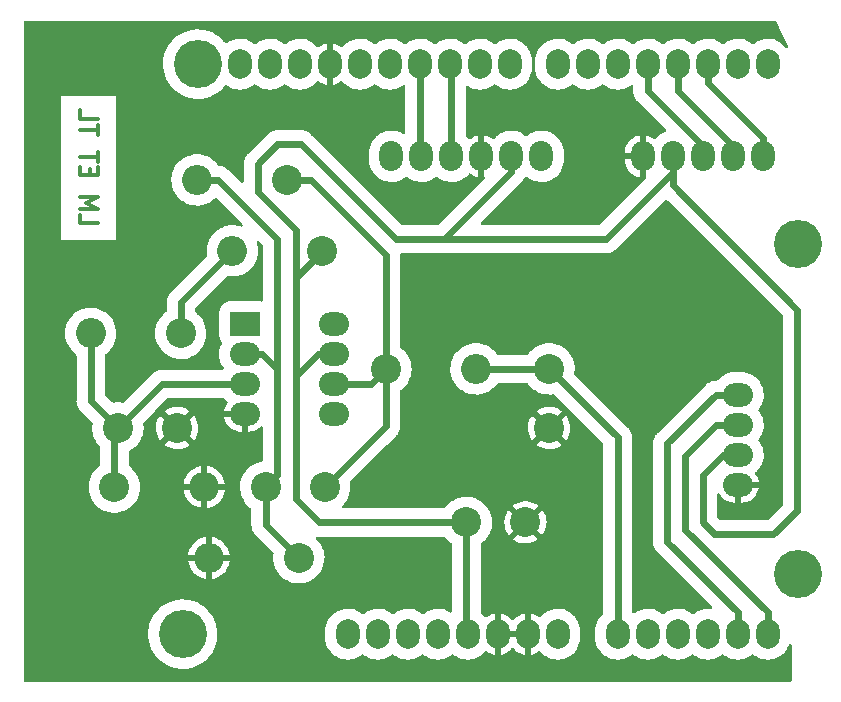
<source format=gbr>
%TF.GenerationSoftware,KiCad,Pcbnew,(6.0.2-0)*%
%TF.CreationDate,2022-03-31T16:46:24+02:00*%
%TF.ProjectId,Schield,53636869-656c-4642-9e6b-696361645f70,rev?*%
%TF.SameCoordinates,Original*%
%TF.FileFunction,Copper,L2,Bot*%
%TF.FilePolarity,Positive*%
%FSLAX46Y46*%
G04 Gerber Fmt 4.6, Leading zero omitted, Abs format (unit mm)*
G04 Created by KiCad (PCBNEW (6.0.2-0)) date 2022-03-31 16:46:24*
%MOMM*%
%LPD*%
G01*
G04 APERTURE LIST*
%ADD10C,0.300000*%
%TA.AperFunction,NonConductor*%
%ADD11C,0.300000*%
%TD*%
%TA.AperFunction,ComponentPad*%
%ADD12O,2.000000X2.500000*%
%TD*%
%TA.AperFunction,ComponentPad*%
%ADD13C,4.064000*%
%TD*%
%TA.AperFunction,ComponentPad*%
%ADD14C,2.540000*%
%TD*%
%TA.AperFunction,ComponentPad*%
%ADD15O,2.540000X2.540000*%
%TD*%
%TA.AperFunction,ComponentPad*%
%ADD16O,2.000000X2.540000*%
%TD*%
%TA.AperFunction,ComponentPad*%
%ADD17O,2.540000X2.000000*%
%TD*%
%TA.AperFunction,ComponentPad*%
%ADD18R,2.500000X2.000000*%
%TD*%
%TA.AperFunction,Conductor*%
%ADD19C,0.600000*%
%TD*%
G04 APERTURE END LIST*
D10*
D11*
X116319428Y-88329285D02*
X116319428Y-89043571D01*
X117819428Y-89043571D01*
X116319428Y-87829285D02*
X117819428Y-87829285D01*
X116748000Y-87329285D01*
X117819428Y-86829285D01*
X116319428Y-86829285D01*
X117105142Y-84972142D02*
X117105142Y-84472142D01*
X116319428Y-84257857D02*
X116319428Y-84972142D01*
X117819428Y-84972142D01*
X117819428Y-84257857D01*
X117819428Y-83829285D02*
X117819428Y-82972142D01*
X116319428Y-83400714D02*
X117819428Y-83400714D01*
X117819428Y-81543571D02*
X117819428Y-80686428D01*
X116319428Y-81115000D02*
X117819428Y-81115000D01*
X116319428Y-79472142D02*
X116319428Y-80186428D01*
X117819428Y-80186428D01*
D12*
%TO.P,P1,1,Pin_1*%
%TO.N,unconnected-(P1-Pad1)*%
X138938000Y-123825000D03*
%TO.P,P1,2,Pin_2*%
%TO.N,/IOREF*%
X141478000Y-123825000D03*
%TO.P,P1,3,Pin_3*%
%TO.N,/Reset*%
X144018000Y-123825000D03*
%TO.P,P1,4,Pin_4*%
%TO.N,unconnected-(P1-Pad4)*%
X146558000Y-123825000D03*
%TO.P,P1,5,Pin_5*%
%TO.N,+5V*%
X149098000Y-123825000D03*
%TO.P,P1,6,Pin_6*%
%TO.N,GND*%
X151638000Y-123825000D03*
%TO.P,P1,7,Pin_7*%
X154178000Y-123825000D03*
%TO.P,P1,8,Pin_8*%
%TO.N,/Vin*%
X156718000Y-123825000D03*
%TD*%
%TO.P,P2,1,Pin_1*%
%TO.N,ADC*%
X161798000Y-123825000D03*
%TO.P,P2,2,Pin_2*%
%TO.N,/A1*%
X164338000Y-123825000D03*
%TO.P,P2,3,Pin_3*%
%TO.N,/A2*%
X166878000Y-123825000D03*
%TO.P,P2,4,Pin_4*%
%TO.N,/A3*%
X169418000Y-123825000D03*
%TO.P,P2,5,Pin_5*%
%TO.N,SDA*%
X171958000Y-123825000D03*
%TO.P,P2,6,Pin_6*%
%TO.N,SCK*%
X174498000Y-123825000D03*
%TD*%
%TO.P,P3,1,Pin_1*%
%TO.N,SCK*%
X129794000Y-75565000D03*
%TO.P,P3,2,Pin_2*%
%TO.N,SDA*%
X132334000Y-75565000D03*
%TO.P,P3,3,Pin_3*%
%TO.N,/AREF*%
X134874000Y-75565000D03*
%TO.P,P3,4,Pin_4*%
%TO.N,GND*%
X137414000Y-75565000D03*
%TO.P,P3,5,Pin_5*%
%TO.N,/13(SCK)*%
X139954000Y-75565000D03*
%TO.P,P3,6,Pin_6*%
%TO.N,/12(MISO)*%
X142494000Y-75565000D03*
%TO.P,P3,7,Pin_7*%
%TO.N,TX*%
X145034000Y-75565000D03*
%TO.P,P3,8,Pin_8*%
%TO.N,RX*%
X147574000Y-75565000D03*
%TO.P,P3,9,Pin_9*%
%TO.N,/9(\u002A\u002A)*%
X150114000Y-75565000D03*
%TO.P,P3,10,Pin_10*%
%TO.N,/8*%
X152654000Y-75565000D03*
%TD*%
%TO.P,P4,1,Pin_1*%
%TO.N,/7*%
X156718000Y-75565000D03*
%TO.P,P4,2,Pin_2*%
%TO.N,/6(\u002A\u002A)*%
X159258000Y-75565000D03*
%TO.P,P4,3,Pin_3*%
%TO.N,/5(\u002A\u002A)*%
X161798000Y-75565000D03*
%TO.P,P4,4,Pin_4*%
%TO.N,SWITCH*%
X164338000Y-75565000D03*
%TO.P,P4,5,Pin_5*%
%TO.N,DATA*%
X166878000Y-75565000D03*
%TO.P,P4,6,Pin_6*%
%TO.N,CLK*%
X169418000Y-75565000D03*
%TO.P,P4,7,Pin_7*%
%TO.N,/1(Tx)*%
X171958000Y-75565000D03*
%TO.P,P4,8,Pin_8*%
%TO.N,/0(Rx)*%
X174498000Y-75565000D03*
%TD*%
D13*
%TO.P,P5,1,Pin_1*%
%TO.N,unconnected-(P5-Pad1)*%
X124968000Y-123825000D03*
%TD*%
%TO.P,P6,1,Pin_1*%
%TO.N,unconnected-(P6-Pad1)*%
X177038000Y-118745000D03*
%TD*%
%TO.P,P7,1,Pin_1*%
%TO.N,unconnected-(P7-Pad1)*%
X126238000Y-75565000D03*
%TD*%
%TO.P,P8,1,Pin_1*%
%TO.N,unconnected-(P8-Pad1)*%
X177038000Y-90805000D03*
%TD*%
D14*
%TO.P,R5,1*%
%TO.N,Net-(C3-Pad1)*%
X142188000Y-101365000D03*
D15*
%TO.P,R5,2*%
%TO.N,ADC*%
X149808000Y-101365000D03*
%TD*%
D14*
%TO.P,R3,1*%
%TO.N,Net-(C1-Pad1)*%
X119188000Y-111365000D03*
D15*
%TO.P,R3,2*%
%TO.N,GND*%
X126808000Y-111365000D03*
%TD*%
D14*
%TO.P,C4,1*%
%TO.N,ADC*%
X155998000Y-101365000D03*
%TO.P,C4,2*%
%TO.N,GND*%
X155998000Y-106365000D03*
%TD*%
%TO.P,R2,1*%
%TO.N,Net-(R1-Pad2)*%
X124808000Y-98365000D03*
D15*
%TO.P,R2,2*%
%TO.N,Net-(C1-Pad1)*%
X117188000Y-98365000D03*
%TD*%
D16*
%TO.P,U2,1,No_name*%
%TO.N,unconnected-(U2-Pad1)*%
X155348000Y-83365000D03*
%TO.P,U2,2,VCC*%
%TO.N,+5V*%
X152808000Y-83365000D03*
%TO.P,U2,3,GND*%
%TO.N,GND*%
X150268000Y-83365000D03*
%TO.P,U2,4,TX_to_RX*%
%TO.N,RX*%
X147728000Y-83365000D03*
%TO.P,U2,5,RX_to_TX*%
%TO.N,TX*%
X145188000Y-83365000D03*
%TO.P,U2,6,No_name2*%
%TO.N,unconnected-(U2-Pad6)*%
X142648000Y-83365000D03*
%TD*%
D17*
%TO.P,U1,1,GND*%
%TO.N,GND*%
X171998000Y-111175000D03*
%TO.P,U1,2,VCC*%
%TO.N,+5V*%
X171998000Y-108635000D03*
%TO.P,U1,3,SCL*%
%TO.N,SCK*%
X171998000Y-106095000D03*
%TO.P,U1,4,SDA*%
%TO.N,SDA*%
X171998000Y-103555000D03*
%TD*%
D14*
%TO.P,R1,1*%
%TO.N,+5V*%
X136808000Y-91365000D03*
D15*
%TO.P,R1,2*%
%TO.N,Net-(R1-Pad2)*%
X129188000Y-91365000D03*
%TD*%
D14*
%TO.P,C3,1*%
%TO.N,Net-(C3-Pad1)*%
X136998000Y-111365000D03*
%TO.P,C3,2*%
%TO.N,Net-(C3-Pad2)*%
X131998000Y-111365000D03*
%TD*%
%TO.P,R6,1*%
%TO.N,Net-(C3-Pad2)*%
X134808000Y-117365000D03*
D15*
%TO.P,R6,2*%
%TO.N,GND*%
X127188000Y-117365000D03*
%TD*%
D14*
%TO.P,C1,1*%
%TO.N,Net-(C1-Pad1)*%
X119498000Y-106365000D03*
%TO.P,C1,2*%
%TO.N,GND*%
X124498000Y-106365000D03*
%TD*%
D16*
%TO.P,U4,1,CLK*%
%TO.N,CLK*%
X174078000Y-83365000D03*
%TO.P,U4,2,DATA*%
%TO.N,DATA*%
X171538000Y-83365000D03*
%TO.P,U4,3,SWITCH*%
%TO.N,SWITCH*%
X168998000Y-83365000D03*
%TO.P,U4,4,VCC*%
%TO.N,+5V*%
X166458000Y-83365000D03*
%TO.P,U4,5,GND*%
%TO.N,GND*%
X163918000Y-83365000D03*
%TD*%
D18*
%TO.P,U3,1,NC_1*%
%TO.N,unconnected-(U3-Pad1)*%
X130238000Y-97555000D03*
D17*
%TO.P,U3,2,-IN*%
%TO.N,Net-(C3-Pad2)*%
X130238000Y-100095000D03*
%TO.P,U3,3,+IN*%
%TO.N,Net-(C1-Pad1)*%
X130238000Y-102635000D03*
%TO.P,U3,4,V-*%
%TO.N,GND*%
X130238000Y-105175000D03*
%TO.P,U3,5,Clock*%
%TO.N,unconnected-(U3-Pad5)*%
X137758000Y-105175000D03*
%TO.P,U3,6,OUT*%
%TO.N,Net-(C3-Pad1)*%
X137758000Y-102635000D03*
%TO.P,U3,7,V+*%
%TO.N,+5V*%
X137758000Y-100095000D03*
%TO.P,U3,8,NC_2*%
%TO.N,unconnected-(U3-Pad8)*%
X137758000Y-97555000D03*
%TD*%
D14*
%TO.P,C2,1*%
%TO.N,+5V*%
X148998000Y-114365000D03*
%TO.P,C2,2*%
%TO.N,GND*%
X153998000Y-114365000D03*
%TD*%
%TO.P,R4,1*%
%TO.N,Net-(C3-Pad1)*%
X133808000Y-85365000D03*
D15*
%TO.P,R4,2*%
%TO.N,Net-(C3-Pad2)*%
X126188000Y-85365000D03*
%TD*%
D19*
%TO.N,Net-(C3-Pad2)*%
X132998000Y-90378949D02*
X132998000Y-101365000D01*
X132998000Y-101365000D02*
X132998000Y-110365000D01*
X130238000Y-100095000D02*
X131728000Y-100095000D01*
X131728000Y-100095000D02*
X132998000Y-101365000D01*
X126188000Y-85365000D02*
X127984051Y-85365000D01*
X127984051Y-85365000D02*
X132998000Y-90378949D01*
X132998000Y-110365000D02*
X131998000Y-111365000D01*
%TO.N,+5V*%
X168998000Y-114365000D02*
X168998000Y-110365000D01*
X134528489Y-99895489D02*
X134528489Y-100895489D01*
X148998000Y-114365000D02*
X148998000Y-123725000D01*
X134528489Y-89577906D02*
X131338489Y-86387906D01*
X169998000Y-115365000D02*
X168998000Y-114365000D01*
X152808000Y-84695000D02*
X152808000Y-83365000D01*
X134528489Y-93644511D02*
X134528489Y-99895489D01*
X136428000Y-100095000D02*
X134528489Y-101994511D01*
X146998000Y-90365000D02*
X147138000Y-90365000D01*
X176998000Y-96365000D02*
X176998000Y-113365000D01*
X147138000Y-90365000D02*
X152808000Y-84695000D01*
X148998000Y-114365000D02*
X136505583Y-114365000D01*
X142998000Y-90365000D02*
X144998000Y-90365000D01*
X170728000Y-108635000D02*
X171998000Y-108635000D01*
X166458000Y-83365000D02*
X166458000Y-84695000D01*
X166458000Y-84695000D02*
X160788000Y-90365000D01*
X134528489Y-100895489D02*
X134528489Y-101994511D01*
X166458000Y-85825000D02*
X176998000Y-96365000D01*
X134528489Y-93644511D02*
X134528489Y-89577906D01*
X132998000Y-82365000D02*
X134998000Y-82365000D01*
X176998000Y-113365000D02*
X174998000Y-115365000D01*
X144998000Y-90365000D02*
X146998000Y-90365000D01*
X136808000Y-91365000D02*
X134528489Y-93644511D01*
X137758000Y-100095000D02*
X136428000Y-100095000D01*
X166458000Y-83365000D02*
X166458000Y-85825000D01*
X134998000Y-82365000D02*
X142998000Y-90365000D01*
X134528489Y-112387906D02*
X134528489Y-99895489D01*
X136505583Y-114365000D02*
X134528489Y-112387906D01*
X160788000Y-90365000D02*
X146998000Y-90365000D01*
X168998000Y-110365000D02*
X170728000Y-108635000D01*
X131338489Y-86387906D02*
X131338489Y-84024511D01*
X174998000Y-115365000D02*
X169998000Y-115365000D01*
X131338489Y-84024511D02*
X132998000Y-82365000D01*
X148998000Y-123725000D02*
X149098000Y-123825000D01*
%TO.N,Net-(C1-Pad1)*%
X123228000Y-102635000D02*
X119498000Y-106365000D01*
X117188000Y-104055000D02*
X119498000Y-106365000D01*
X119188000Y-111365000D02*
X119188000Y-106675000D01*
X119188000Y-106675000D02*
X119498000Y-106365000D01*
X117188000Y-98365000D02*
X117188000Y-104055000D01*
X130238000Y-102635000D02*
X123228000Y-102635000D01*
%TO.N,Net-(C3-Pad1)*%
X142188000Y-101365000D02*
X140918000Y-102635000D01*
X135808000Y-85365000D02*
X142188000Y-91745000D01*
X133808000Y-85365000D02*
X135808000Y-85365000D01*
X142188000Y-106175000D02*
X142188000Y-101365000D01*
X142188000Y-91745000D02*
X142188000Y-101365000D01*
X140918000Y-102635000D02*
X137758000Y-102635000D01*
X136998000Y-111365000D02*
X142188000Y-106175000D01*
%TO.N,Net-(C3-Pad2)*%
X134808000Y-117365000D02*
X131998000Y-114555000D01*
X131998000Y-114555000D02*
X131998000Y-111365000D01*
%TO.N,ADC*%
X155998000Y-101365000D02*
X161798000Y-107165000D01*
X161798000Y-107165000D02*
X161798000Y-123825000D01*
X155998000Y-101365000D02*
X149808000Y-101365000D01*
%TO.N,SDA*%
X170128000Y-103555000D02*
X165998980Y-107684020D01*
X165998980Y-107684020D02*
X165998980Y-116015980D01*
X171958000Y-121975000D02*
X171958000Y-123825000D01*
X171998000Y-103555000D02*
X170128000Y-103555000D01*
X165998980Y-116015980D02*
X171958000Y-121975000D01*
%TO.N,SCK*%
X167498490Y-114986118D02*
X174498000Y-121985628D01*
X171998000Y-106095000D02*
X170128000Y-106095000D01*
X170128000Y-106095000D02*
X167498490Y-108724510D01*
X174498000Y-121985628D02*
X174498000Y-123825000D01*
X167498490Y-108724510D02*
X167498490Y-114986118D01*
%TO.N,TX*%
X145034000Y-83211000D02*
X145188000Y-83365000D01*
X145034000Y-75565000D02*
X145034000Y-83211000D01*
%TO.N,RX*%
X147728000Y-75719000D02*
X147574000Y-75565000D01*
X147728000Y-83365000D02*
X147728000Y-75719000D01*
%TO.N,CLK*%
X169418000Y-77181000D02*
X174078000Y-81841000D01*
X169418000Y-75565000D02*
X169418000Y-77181000D01*
X174078000Y-81841000D02*
X174078000Y-83365000D01*
%TO.N,DATA*%
X171538000Y-82524409D02*
X171538000Y-83365000D01*
X166878000Y-75565000D02*
X166878000Y-77864409D01*
X166878000Y-77864409D02*
X171538000Y-82524409D01*
%TO.N,SWITCH*%
X168998000Y-82524409D02*
X168998000Y-83365000D01*
X164338000Y-77864409D02*
X168998000Y-82524409D01*
X164338000Y-75565000D02*
X164338000Y-77864409D01*
%TO.N,Net-(R1-Pad2)*%
X124808000Y-98365000D02*
X124808000Y-95745000D01*
X124808000Y-95745000D02*
X129188000Y-91365000D01*
%TD*%
%TA.AperFunction,Conductor*%
%TO.N,GND*%
G36*
X175182697Y-71893002D02*
G01*
X175228228Y-71944601D01*
X175750110Y-73034935D01*
X176213171Y-74002378D01*
X176234061Y-74046023D01*
X176245429Y-74116104D01*
X176217105Y-74181205D01*
X176158080Y-74220659D01*
X176087095Y-74221938D01*
X176026687Y-74184637D01*
X176020246Y-74176864D01*
X175927970Y-74055954D01*
X175927969Y-74055953D01*
X175925198Y-74052322D01*
X175921930Y-74049127D01*
X175731242Y-73862717D01*
X175731237Y-73862713D01*
X175727974Y-73859523D01*
X175724280Y-73856834D01*
X175508676Y-73699900D01*
X175508673Y-73699898D01*
X175504984Y-73697213D01*
X175260899Y-73568794D01*
X175000832Y-73476955D01*
X174901126Y-73457303D01*
X174734704Y-73424501D01*
X174734698Y-73424500D01*
X174730232Y-73423620D01*
X174725678Y-73423393D01*
X174725676Y-73423393D01*
X174459336Y-73410133D01*
X174459330Y-73410133D01*
X174454767Y-73409906D01*
X174180208Y-73436102D01*
X174175774Y-73437187D01*
X174175768Y-73437188D01*
X173916744Y-73500571D01*
X173912306Y-73501657D01*
X173656674Y-73605199D01*
X173652744Y-73607500D01*
X173652738Y-73607503D01*
X173422597Y-73742255D01*
X173422590Y-73742260D01*
X173418665Y-73744558D01*
X173415105Y-73747405D01*
X173308584Y-73832592D01*
X173242891Y-73859516D01*
X173173070Y-73846650D01*
X173155739Y-73836060D01*
X173150975Y-73832592D01*
X173033942Y-73747406D01*
X172968676Y-73699900D01*
X172968673Y-73699898D01*
X172964984Y-73697213D01*
X172720899Y-73568794D01*
X172460832Y-73476955D01*
X172361126Y-73457303D01*
X172194704Y-73424501D01*
X172194698Y-73424500D01*
X172190232Y-73423620D01*
X172185678Y-73423393D01*
X172185676Y-73423393D01*
X171919336Y-73410133D01*
X171919330Y-73410133D01*
X171914767Y-73409906D01*
X171640208Y-73436102D01*
X171635774Y-73437187D01*
X171635768Y-73437188D01*
X171376744Y-73500571D01*
X171372306Y-73501657D01*
X171116674Y-73605199D01*
X171112744Y-73607500D01*
X171112738Y-73607503D01*
X170882597Y-73742255D01*
X170882590Y-73742260D01*
X170878665Y-73744558D01*
X170875105Y-73747405D01*
X170768584Y-73832592D01*
X170702891Y-73859516D01*
X170633070Y-73846650D01*
X170615739Y-73836060D01*
X170610975Y-73832592D01*
X170493942Y-73747406D01*
X170428676Y-73699900D01*
X170428673Y-73699898D01*
X170424984Y-73697213D01*
X170180899Y-73568794D01*
X169920832Y-73476955D01*
X169821126Y-73457303D01*
X169654704Y-73424501D01*
X169654698Y-73424500D01*
X169650232Y-73423620D01*
X169645678Y-73423393D01*
X169645676Y-73423393D01*
X169379336Y-73410133D01*
X169379330Y-73410133D01*
X169374767Y-73409906D01*
X169100208Y-73436102D01*
X169095774Y-73437187D01*
X169095768Y-73437188D01*
X168836744Y-73500571D01*
X168832306Y-73501657D01*
X168576674Y-73605199D01*
X168572744Y-73607500D01*
X168572738Y-73607503D01*
X168342597Y-73742255D01*
X168342590Y-73742260D01*
X168338665Y-73744558D01*
X168335105Y-73747405D01*
X168228584Y-73832592D01*
X168162891Y-73859516D01*
X168093070Y-73846650D01*
X168075739Y-73836060D01*
X168070975Y-73832592D01*
X167953942Y-73747406D01*
X167888676Y-73699900D01*
X167888673Y-73699898D01*
X167884984Y-73697213D01*
X167640899Y-73568794D01*
X167380832Y-73476955D01*
X167281126Y-73457303D01*
X167114704Y-73424501D01*
X167114698Y-73424500D01*
X167110232Y-73423620D01*
X167105678Y-73423393D01*
X167105676Y-73423393D01*
X166839336Y-73410133D01*
X166839330Y-73410133D01*
X166834767Y-73409906D01*
X166560208Y-73436102D01*
X166555774Y-73437187D01*
X166555768Y-73437188D01*
X166296744Y-73500571D01*
X166292306Y-73501657D01*
X166036674Y-73605199D01*
X166032744Y-73607500D01*
X166032738Y-73607503D01*
X165802597Y-73742255D01*
X165802590Y-73742260D01*
X165798665Y-73744558D01*
X165795105Y-73747405D01*
X165688584Y-73832592D01*
X165622891Y-73859516D01*
X165553070Y-73846650D01*
X165535739Y-73836060D01*
X165530975Y-73832592D01*
X165413942Y-73747406D01*
X165348676Y-73699900D01*
X165348673Y-73699898D01*
X165344984Y-73697213D01*
X165100899Y-73568794D01*
X164840832Y-73476955D01*
X164741126Y-73457303D01*
X164574704Y-73424501D01*
X164574698Y-73424500D01*
X164570232Y-73423620D01*
X164565678Y-73423393D01*
X164565676Y-73423393D01*
X164299336Y-73410133D01*
X164299330Y-73410133D01*
X164294767Y-73409906D01*
X164020208Y-73436102D01*
X164015774Y-73437187D01*
X164015768Y-73437188D01*
X163756744Y-73500571D01*
X163752306Y-73501657D01*
X163496674Y-73605199D01*
X163492744Y-73607500D01*
X163492738Y-73607503D01*
X163262597Y-73742255D01*
X163262590Y-73742260D01*
X163258665Y-73744558D01*
X163255105Y-73747405D01*
X163148584Y-73832592D01*
X163082891Y-73859516D01*
X163013070Y-73846650D01*
X162995739Y-73836060D01*
X162990975Y-73832592D01*
X162873942Y-73747406D01*
X162808676Y-73699900D01*
X162808673Y-73699898D01*
X162804984Y-73697213D01*
X162560899Y-73568794D01*
X162300832Y-73476955D01*
X162201126Y-73457303D01*
X162034704Y-73424501D01*
X162034698Y-73424500D01*
X162030232Y-73423620D01*
X162025678Y-73423393D01*
X162025676Y-73423393D01*
X161759336Y-73410133D01*
X161759330Y-73410133D01*
X161754767Y-73409906D01*
X161480208Y-73436102D01*
X161475774Y-73437187D01*
X161475768Y-73437188D01*
X161216744Y-73500571D01*
X161212306Y-73501657D01*
X160956674Y-73605199D01*
X160952744Y-73607500D01*
X160952738Y-73607503D01*
X160722597Y-73742255D01*
X160722590Y-73742260D01*
X160718665Y-73744558D01*
X160715105Y-73747405D01*
X160608584Y-73832592D01*
X160542891Y-73859516D01*
X160473070Y-73846650D01*
X160455739Y-73836060D01*
X160450975Y-73832592D01*
X160333942Y-73747406D01*
X160268676Y-73699900D01*
X160268673Y-73699898D01*
X160264984Y-73697213D01*
X160020899Y-73568794D01*
X159760832Y-73476955D01*
X159661126Y-73457303D01*
X159494704Y-73424501D01*
X159494698Y-73424500D01*
X159490232Y-73423620D01*
X159485678Y-73423393D01*
X159485676Y-73423393D01*
X159219336Y-73410133D01*
X159219330Y-73410133D01*
X159214767Y-73409906D01*
X158940208Y-73436102D01*
X158935774Y-73437187D01*
X158935768Y-73437188D01*
X158676744Y-73500571D01*
X158672306Y-73501657D01*
X158416674Y-73605199D01*
X158412744Y-73607500D01*
X158412738Y-73607503D01*
X158182597Y-73742255D01*
X158182590Y-73742260D01*
X158178665Y-73744558D01*
X158175105Y-73747405D01*
X158068584Y-73832592D01*
X158002891Y-73859516D01*
X157933070Y-73846650D01*
X157915739Y-73836060D01*
X157910975Y-73832592D01*
X157793942Y-73747406D01*
X157728676Y-73699900D01*
X157728673Y-73699898D01*
X157724984Y-73697213D01*
X157480899Y-73568794D01*
X157220832Y-73476955D01*
X157121126Y-73457303D01*
X156954704Y-73424501D01*
X156954698Y-73424500D01*
X156950232Y-73423620D01*
X156945678Y-73423393D01*
X156945676Y-73423393D01*
X156679336Y-73410133D01*
X156679330Y-73410133D01*
X156674767Y-73409906D01*
X156400208Y-73436102D01*
X156395774Y-73437187D01*
X156395768Y-73437188D01*
X156136744Y-73500571D01*
X156132306Y-73501657D01*
X155876674Y-73605199D01*
X155872744Y-73607500D01*
X155872738Y-73607503D01*
X155642597Y-73742255D01*
X155642590Y-73742260D01*
X155638665Y-73744558D01*
X155635105Y-73747405D01*
X155445401Y-73899116D01*
X155423268Y-73916816D01*
X155420147Y-73920157D01*
X155264917Y-74086330D01*
X155234992Y-74118364D01*
X155077784Y-74344979D01*
X155075756Y-74349055D01*
X155075755Y-74349057D01*
X154994432Y-74512523D01*
X154954935Y-74591914D01*
X154869020Y-74853998D01*
X154868240Y-74858489D01*
X154868240Y-74858490D01*
X154835949Y-75044468D01*
X154821838Y-75125738D01*
X154817500Y-75212876D01*
X154817500Y-75885070D01*
X154817665Y-75887338D01*
X154817665Y-75887350D01*
X154825870Y-76000425D01*
X154832375Y-76090083D01*
X154833359Y-76094538D01*
X154833359Y-76094541D01*
X154874379Y-76280335D01*
X154891836Y-76359403D01*
X154989551Y-76617319D01*
X154991765Y-76621306D01*
X154991766Y-76621307D01*
X155121257Y-76854435D01*
X155123475Y-76858428D01*
X155126247Y-76862060D01*
X155288029Y-77074044D01*
X155290802Y-77077678D01*
X155294068Y-77080871D01*
X155294070Y-77080873D01*
X155484758Y-77267283D01*
X155484763Y-77267287D01*
X155488026Y-77270477D01*
X155491718Y-77273164D01*
X155491720Y-77273166D01*
X155697315Y-77422814D01*
X155711016Y-77432787D01*
X155955101Y-77561206D01*
X156215168Y-77653045D01*
X156314874Y-77672697D01*
X156481296Y-77705499D01*
X156481302Y-77705500D01*
X156485768Y-77706380D01*
X156490322Y-77706607D01*
X156490324Y-77706607D01*
X156756664Y-77719867D01*
X156756670Y-77719867D01*
X156761233Y-77720094D01*
X157035792Y-77693898D01*
X157040226Y-77692813D01*
X157040232Y-77692812D01*
X157299256Y-77629429D01*
X157303694Y-77628343D01*
X157559326Y-77524801D01*
X157563256Y-77522500D01*
X157563262Y-77522497D01*
X157793403Y-77387745D01*
X157793410Y-77387740D01*
X157797335Y-77385442D01*
X157800895Y-77382595D01*
X157907416Y-77297408D01*
X157973109Y-77270484D01*
X158042930Y-77283350D01*
X158060259Y-77293939D01*
X158118649Y-77336440D01*
X158237315Y-77422814D01*
X158251016Y-77432787D01*
X158495101Y-77561206D01*
X158755168Y-77653045D01*
X158854874Y-77672697D01*
X159021296Y-77705499D01*
X159021302Y-77705500D01*
X159025768Y-77706380D01*
X159030322Y-77706607D01*
X159030324Y-77706607D01*
X159296664Y-77719867D01*
X159296670Y-77719867D01*
X159301233Y-77720094D01*
X159575792Y-77693898D01*
X159580226Y-77692813D01*
X159580232Y-77692812D01*
X159839256Y-77629429D01*
X159843694Y-77628343D01*
X160099326Y-77524801D01*
X160103256Y-77522500D01*
X160103262Y-77522497D01*
X160333403Y-77387745D01*
X160333410Y-77387740D01*
X160337335Y-77385442D01*
X160340895Y-77382595D01*
X160447416Y-77297408D01*
X160513109Y-77270484D01*
X160582930Y-77283350D01*
X160600259Y-77293939D01*
X160658649Y-77336440D01*
X160777315Y-77422814D01*
X160791016Y-77432787D01*
X161035101Y-77561206D01*
X161295168Y-77653045D01*
X161394874Y-77672697D01*
X161561296Y-77705499D01*
X161561302Y-77705500D01*
X161565768Y-77706380D01*
X161570322Y-77706607D01*
X161570324Y-77706607D01*
X161836664Y-77719867D01*
X161836670Y-77719867D01*
X161841233Y-77720094D01*
X162115792Y-77693898D01*
X162120226Y-77692813D01*
X162120232Y-77692812D01*
X162379256Y-77629429D01*
X162383694Y-77628343D01*
X162639326Y-77524801D01*
X162643256Y-77522500D01*
X162643262Y-77522497D01*
X162873403Y-77387745D01*
X162873410Y-77387740D01*
X162877335Y-77385442D01*
X162880899Y-77382591D01*
X162880903Y-77382589D01*
X162932805Y-77341082D01*
X162998498Y-77314157D01*
X163068319Y-77327022D01*
X163120100Y-77375594D01*
X163137500Y-77439484D01*
X163137500Y-77819680D01*
X163137230Y-77827921D01*
X163132770Y-77895969D01*
X163133449Y-77901704D01*
X163143699Y-77988304D01*
X163144040Y-77991558D01*
X163152546Y-78084120D01*
X163154116Y-78089687D01*
X163154117Y-78089691D01*
X163154152Y-78089815D01*
X163158008Y-78109198D01*
X163158704Y-78115076D01*
X163160416Y-78120588D01*
X163186272Y-78203860D01*
X163187186Y-78206944D01*
X163212435Y-78296473D01*
X163214988Y-78301650D01*
X163214992Y-78301660D01*
X163215054Y-78301785D01*
X163222379Y-78320146D01*
X163224131Y-78325788D01*
X163231123Y-78339077D01*
X163267403Y-78408034D01*
X163268896Y-78410965D01*
X163310020Y-78494356D01*
X163313564Y-78499102D01*
X163324108Y-78515814D01*
X163326863Y-78521050D01*
X163330440Y-78525587D01*
X163384417Y-78594057D01*
X163386413Y-78596659D01*
X163442033Y-78671142D01*
X163505518Y-78729827D01*
X163509084Y-78733257D01*
X165869621Y-81093793D01*
X165903646Y-81156105D01*
X165898582Y-81226920D01*
X165856035Y-81283756D01*
X165827828Y-81299672D01*
X165616674Y-81385199D01*
X165612744Y-81387500D01*
X165612738Y-81387503D01*
X165382597Y-81522255D01*
X165382590Y-81522260D01*
X165378665Y-81524558D01*
X165375105Y-81527405D01*
X165185401Y-81679116D01*
X165163268Y-81696816D01*
X165160147Y-81700157D01*
X164995804Y-81876085D01*
X164934686Y-81912211D01*
X164863739Y-81909559D01*
X164823753Y-81887437D01*
X164785348Y-81855891D01*
X164777067Y-81850135D01*
X164576081Y-81733159D01*
X164566976Y-81728797D01*
X164349885Y-81645463D01*
X164340196Y-81642612D01*
X164189736Y-81611179D01*
X164175675Y-81612302D01*
X164172000Y-81622410D01*
X164172000Y-85105590D01*
X164183060Y-85143258D01*
X164197195Y-85165253D01*
X164197193Y-85236249D01*
X164165393Y-85289843D01*
X160327642Y-89127595D01*
X160265330Y-89161621D01*
X160238547Y-89164500D01*
X150340454Y-89164500D01*
X150272333Y-89144498D01*
X150225840Y-89090842D01*
X150215736Y-89020568D01*
X150245230Y-88955988D01*
X150251359Y-88949405D01*
X153625251Y-85575513D01*
X153631269Y-85569876D01*
X153678196Y-85528722D01*
X153682543Y-85524910D01*
X153740100Y-85451899D01*
X153742138Y-85449381D01*
X153801602Y-85377883D01*
X153804498Y-85372713D01*
X153815471Y-85356291D01*
X153815562Y-85356176D01*
X153815565Y-85356171D01*
X153819137Y-85351640D01*
X153831713Y-85327737D01*
X153862409Y-85269395D01*
X153863982Y-85266498D01*
X153894943Y-85211212D01*
X153926184Y-85174374D01*
X153997417Y-85117408D01*
X154063110Y-85090484D01*
X154132931Y-85103350D01*
X154150259Y-85113939D01*
X154208649Y-85156440D01*
X154272060Y-85202595D01*
X154341016Y-85252787D01*
X154585101Y-85381206D01*
X154845168Y-85473045D01*
X154944874Y-85492697D01*
X155111296Y-85525499D01*
X155111302Y-85525500D01*
X155115768Y-85526380D01*
X155120322Y-85526607D01*
X155120324Y-85526607D01*
X155386664Y-85539867D01*
X155386670Y-85539867D01*
X155391233Y-85540094D01*
X155665792Y-85513898D01*
X155670226Y-85512813D01*
X155670232Y-85512812D01*
X155929256Y-85449429D01*
X155933694Y-85448343D01*
X156189326Y-85344801D01*
X156193256Y-85342500D01*
X156193262Y-85342497D01*
X156423403Y-85207745D01*
X156423410Y-85207740D01*
X156427335Y-85205442D01*
X156541752Y-85113940D01*
X156639166Y-85036036D01*
X156639167Y-85036035D01*
X156642732Y-85033184D01*
X156831008Y-84831636D01*
X156988216Y-84605021D01*
X157016705Y-84547757D01*
X157109032Y-84362173D01*
X157109033Y-84362170D01*
X157111065Y-84358086D01*
X157196980Y-84096002D01*
X157216823Y-83981718D01*
X157243506Y-83828043D01*
X157243507Y-83828035D01*
X157244162Y-83824262D01*
X157246387Y-83779577D01*
X157248422Y-83738695D01*
X157248422Y-83738687D01*
X157248500Y-83737124D01*
X157248500Y-83693456D01*
X162410000Y-83693456D01*
X162410202Y-83698488D01*
X162424150Y-83871843D01*
X162425762Y-83881796D01*
X162481233Y-84107633D01*
X162484416Y-84117203D01*
X162575280Y-84331265D01*
X162579955Y-84340207D01*
X162703874Y-84536987D01*
X162709914Y-84545060D01*
X162863703Y-84719500D01*
X162870956Y-84726504D01*
X163050654Y-84874110D01*
X163058936Y-84879866D01*
X163259919Y-84996841D01*
X163269024Y-85001203D01*
X163486115Y-85084537D01*
X163495804Y-85087388D01*
X163646264Y-85118821D01*
X163660325Y-85117698D01*
X163664000Y-85107590D01*
X163664000Y-83637115D01*
X163659525Y-83621876D01*
X163658135Y-83620671D01*
X163650452Y-83619000D01*
X162428115Y-83619000D01*
X162412876Y-83623475D01*
X162411671Y-83624865D01*
X162410000Y-83632548D01*
X162410000Y-83693456D01*
X157248500Y-83693456D01*
X157248500Y-83092885D01*
X162410000Y-83092885D01*
X162414475Y-83108124D01*
X162415865Y-83109329D01*
X162423548Y-83111000D01*
X163645885Y-83111000D01*
X163661124Y-83106525D01*
X163662329Y-83105135D01*
X163664000Y-83097452D01*
X163664000Y-81624410D01*
X163659864Y-81610324D01*
X163646886Y-81608275D01*
X163629170Y-81610325D01*
X163619273Y-81612285D01*
X163395506Y-81675604D01*
X163386062Y-81679116D01*
X163175295Y-81777399D01*
X163166529Y-81782378D01*
X162974198Y-81913087D01*
X162966323Y-81919419D01*
X162797374Y-82079186D01*
X162790613Y-82086695D01*
X162649375Y-82271426D01*
X162643911Y-82279905D01*
X162534022Y-82484847D01*
X162529980Y-82494099D01*
X162454273Y-82713971D01*
X162451764Y-82723743D01*
X162411996Y-82953971D01*
X162411141Y-82961843D01*
X162410064Y-82985551D01*
X162410000Y-82988384D01*
X162410000Y-83092885D01*
X157248500Y-83092885D01*
X157248500Y-83024930D01*
X157246289Y-82994446D01*
X157233955Y-82824468D01*
X157233625Y-82819917D01*
X157192578Y-82633998D01*
X157175148Y-82555053D01*
X157175147Y-82555050D01*
X157174164Y-82550597D01*
X157076449Y-82292681D01*
X156942525Y-82051572D01*
X156788793Y-81850135D01*
X156777970Y-81835954D01*
X156777969Y-81835953D01*
X156775198Y-81832322D01*
X156724108Y-81782378D01*
X156581242Y-81642717D01*
X156581237Y-81642713D01*
X156577974Y-81639523D01*
X156566020Y-81630822D01*
X156358676Y-81479900D01*
X156358673Y-81479898D01*
X156354984Y-81477213D01*
X156110899Y-81348794D01*
X155850832Y-81256955D01*
X155698447Y-81226920D01*
X155584704Y-81204501D01*
X155584698Y-81204500D01*
X155580232Y-81203620D01*
X155575678Y-81203393D01*
X155575676Y-81203393D01*
X155309336Y-81190133D01*
X155309330Y-81190133D01*
X155304767Y-81189906D01*
X155030208Y-81216102D01*
X155025774Y-81217187D01*
X155025768Y-81217188D01*
X154824599Y-81266414D01*
X154762306Y-81281657D01*
X154506674Y-81385199D01*
X154502744Y-81387500D01*
X154502738Y-81387503D01*
X154272597Y-81522255D01*
X154272590Y-81522260D01*
X154268665Y-81524558D01*
X154265105Y-81527405D01*
X154158584Y-81612592D01*
X154092891Y-81639516D01*
X154023070Y-81626650D01*
X154005739Y-81616060D01*
X154000975Y-81612592D01*
X153895864Y-81536084D01*
X153818676Y-81479900D01*
X153818673Y-81479898D01*
X153814984Y-81477213D01*
X153570899Y-81348794D01*
X153310832Y-81256955D01*
X153158447Y-81226920D01*
X153044704Y-81204501D01*
X153044698Y-81204500D01*
X153040232Y-81203620D01*
X153035678Y-81203393D01*
X153035676Y-81203393D01*
X152769336Y-81190133D01*
X152769330Y-81190133D01*
X152764767Y-81189906D01*
X152490208Y-81216102D01*
X152485774Y-81217187D01*
X152485768Y-81217188D01*
X152284599Y-81266414D01*
X152222306Y-81281657D01*
X151966674Y-81385199D01*
X151962744Y-81387500D01*
X151962738Y-81387503D01*
X151732597Y-81522255D01*
X151732590Y-81522260D01*
X151728665Y-81524558D01*
X151725105Y-81527405D01*
X151535401Y-81679116D01*
X151513268Y-81696816D01*
X151510147Y-81700157D01*
X151345804Y-81876085D01*
X151284686Y-81912211D01*
X151213739Y-81909559D01*
X151173753Y-81887437D01*
X151135348Y-81855891D01*
X151127067Y-81850135D01*
X150926081Y-81733159D01*
X150916976Y-81728797D01*
X150699885Y-81645463D01*
X150690196Y-81642612D01*
X150539736Y-81611179D01*
X150525675Y-81612302D01*
X150522000Y-81622410D01*
X150522000Y-85105590D01*
X150533060Y-85143258D01*
X150547195Y-85165253D01*
X150547193Y-85236249D01*
X150515393Y-85289843D01*
X146677642Y-89127595D01*
X146615330Y-89161621D01*
X146588547Y-89164500D01*
X143547453Y-89164500D01*
X143479332Y-89144498D01*
X143458358Y-89127595D01*
X135878520Y-81547757D01*
X135872883Y-81541739D01*
X135831715Y-81494796D01*
X135827910Y-81490457D01*
X135807004Y-81473976D01*
X135754886Y-81432889D01*
X135752324Y-81430814D01*
X135685325Y-81375092D01*
X135685323Y-81375090D01*
X135680883Y-81371398D01*
X135675839Y-81368573D01*
X135675713Y-81368502D01*
X135659291Y-81357529D01*
X135659176Y-81357438D01*
X135659171Y-81357435D01*
X135654640Y-81353863D01*
X135572383Y-81310585D01*
X135569502Y-81309021D01*
X135488379Y-81263590D01*
X135482780Y-81261690D01*
X135464613Y-81253884D01*
X135464494Y-81253822D01*
X135464492Y-81253821D01*
X135459380Y-81251131D01*
X135370606Y-81223566D01*
X135367480Y-81222550D01*
X135284921Y-81194525D01*
X135284916Y-81194524D01*
X135279452Y-81192669D01*
X135273584Y-81191818D01*
X135254330Y-81187461D01*
X135254183Y-81187415D01*
X135254177Y-81187414D01*
X135248667Y-81185703D01*
X135242939Y-81185025D01*
X135242934Y-81185024D01*
X135169194Y-81176297D01*
X135156344Y-81174776D01*
X135153085Y-81174347D01*
X135127927Y-81170699D01*
X135066811Y-81161837D01*
X135066807Y-81161837D01*
X135061098Y-81161009D01*
X134974714Y-81164403D01*
X134969767Y-81164500D01*
X133042729Y-81164500D01*
X133034488Y-81164230D01*
X133017556Y-81163120D01*
X132966440Y-81159770D01*
X132874073Y-81170702D01*
X132870851Y-81171040D01*
X132778289Y-81179546D01*
X132772722Y-81181116D01*
X132772718Y-81181117D01*
X132772594Y-81181152D01*
X132753211Y-81185008D01*
X132753079Y-81185024D01*
X132747333Y-81185704D01*
X132658549Y-81213272D01*
X132655465Y-81214186D01*
X132565936Y-81239435D01*
X132560759Y-81241988D01*
X132560749Y-81241992D01*
X132560624Y-81242054D01*
X132542263Y-81249379D01*
X132542140Y-81249417D01*
X132542138Y-81249418D01*
X132536621Y-81251131D01*
X132454375Y-81294403D01*
X132451444Y-81295896D01*
X132368053Y-81337020D01*
X132363307Y-81340564D01*
X132346595Y-81351108D01*
X132341359Y-81353863D01*
X132271499Y-81408936D01*
X132268352Y-81411417D01*
X132265750Y-81413413D01*
X132191267Y-81469033D01*
X132157117Y-81505976D01*
X132132582Y-81532518D01*
X132129152Y-81536084D01*
X130521246Y-83143991D01*
X130515228Y-83149628D01*
X130463946Y-83194601D01*
X130460374Y-83199132D01*
X130406378Y-83267625D01*
X130404303Y-83270187D01*
X130364500Y-83318046D01*
X130344887Y-83341628D01*
X130342062Y-83346672D01*
X130341991Y-83346798D01*
X130331018Y-83363220D01*
X130330927Y-83363335D01*
X130330924Y-83363340D01*
X130327352Y-83367871D01*
X130324662Y-83372984D01*
X130284074Y-83450128D01*
X130282510Y-83453009D01*
X130237079Y-83534132D01*
X130235179Y-83539731D01*
X130227373Y-83557898D01*
X130224620Y-83563131D01*
X130215771Y-83591631D01*
X130197058Y-83651895D01*
X130196039Y-83655031D01*
X130168173Y-83737124D01*
X130166158Y-83743059D01*
X130165307Y-83748927D01*
X130160950Y-83768181D01*
X130160904Y-83768328D01*
X130160903Y-83768334D01*
X130159192Y-83773844D01*
X130158514Y-83779572D01*
X130158513Y-83779577D01*
X130148266Y-83866161D01*
X130147836Y-83869426D01*
X130134498Y-83961413D01*
X130135852Y-83995868D01*
X130137892Y-84047797D01*
X130137989Y-84052744D01*
X130137989Y-85516985D01*
X130117987Y-85585106D01*
X130064331Y-85631599D01*
X129994057Y-85641703D01*
X129929477Y-85612209D01*
X129922894Y-85606080D01*
X128864571Y-84547757D01*
X128858934Y-84541739D01*
X128817766Y-84494796D01*
X128813961Y-84490457D01*
X128741141Y-84433050D01*
X128740937Y-84432889D01*
X128738375Y-84430814D01*
X128671376Y-84375092D01*
X128671374Y-84375090D01*
X128666934Y-84371398D01*
X128661890Y-84368573D01*
X128661764Y-84368502D01*
X128645342Y-84357529D01*
X128645227Y-84357438D01*
X128645222Y-84357435D01*
X128640691Y-84353863D01*
X128558434Y-84310585D01*
X128555553Y-84309021D01*
X128474430Y-84263590D01*
X128468831Y-84261690D01*
X128450664Y-84253884D01*
X128450545Y-84253822D01*
X128445431Y-84251131D01*
X128356657Y-84223566D01*
X128353531Y-84222550D01*
X128270972Y-84194525D01*
X128270967Y-84194524D01*
X128265503Y-84192669D01*
X128259635Y-84191818D01*
X128240381Y-84187461D01*
X128240234Y-84187415D01*
X128240228Y-84187414D01*
X128234718Y-84185703D01*
X128228990Y-84185025D01*
X128228985Y-84185024D01*
X128155245Y-84176297D01*
X128142395Y-84174776D01*
X128139136Y-84174347D01*
X128047149Y-84161009D01*
X128047376Y-84159444D01*
X127987438Y-84138379D01*
X127957927Y-84108543D01*
X127881204Y-83999378D01*
X127881203Y-83999377D01*
X127878737Y-83995868D01*
X127677282Y-83779076D01*
X127664151Y-83768328D01*
X127523832Y-83653479D01*
X127448268Y-83591631D01*
X127363360Y-83539599D01*
X127199584Y-83439236D01*
X127199576Y-83439232D01*
X127195934Y-83437000D01*
X127192017Y-83435281D01*
X127192014Y-83435279D01*
X127050101Y-83372984D01*
X126924949Y-83318046D01*
X126920821Y-83316870D01*
X126920818Y-83316869D01*
X126644455Y-83238145D01*
X126644456Y-83238145D01*
X126640327Y-83236969D01*
X126420529Y-83205688D01*
X126351587Y-83195876D01*
X126351585Y-83195876D01*
X126347335Y-83195271D01*
X126343046Y-83195249D01*
X126343039Y-83195248D01*
X126055681Y-83193743D01*
X126055674Y-83193743D01*
X126051395Y-83193721D01*
X126047151Y-83194280D01*
X126047147Y-83194280D01*
X125918305Y-83211242D01*
X125757982Y-83232349D01*
X125472527Y-83310441D01*
X125450653Y-83319771D01*
X125204253Y-83424869D01*
X125204246Y-83424873D01*
X125200311Y-83426551D01*
X125046808Y-83518421D01*
X124950054Y-83576327D01*
X124950050Y-83576330D01*
X124946372Y-83578531D01*
X124715408Y-83763568D01*
X124712464Y-83766670D01*
X124712460Y-83766674D01*
X124514643Y-83975129D01*
X124511693Y-83978238D01*
X124338997Y-84218570D01*
X124200516Y-84480115D01*
X124098812Y-84758035D01*
X124035767Y-85047186D01*
X124028206Y-85143258D01*
X124019586Y-85252787D01*
X124012547Y-85342218D01*
X124029583Y-85637671D01*
X124030408Y-85641876D01*
X124030409Y-85641884D01*
X124055266Y-85768580D01*
X124086559Y-85928079D01*
X124087946Y-85932130D01*
X124168049Y-86166092D01*
X124182420Y-86208068D01*
X124315394Y-86472456D01*
X124483018Y-86716352D01*
X124682193Y-86935241D01*
X124685482Y-86937991D01*
X124905939Y-87122323D01*
X124905944Y-87122327D01*
X124909231Y-87125075D01*
X124967653Y-87161723D01*
X125156292Y-87280056D01*
X125156296Y-87280058D01*
X125159932Y-87282339D01*
X125163842Y-87284104D01*
X125163843Y-87284105D01*
X125425744Y-87402358D01*
X125425748Y-87402360D01*
X125429656Y-87404124D01*
X125433775Y-87405344D01*
X125709301Y-87486959D01*
X125709305Y-87486960D01*
X125713414Y-87488177D01*
X125717648Y-87488825D01*
X125717653Y-87488826D01*
X125976964Y-87528506D01*
X126005953Y-87532942D01*
X126156665Y-87535309D01*
X126297570Y-87537523D01*
X126297576Y-87537523D01*
X126301861Y-87537590D01*
X126595662Y-87502037D01*
X126881919Y-87426938D01*
X127155336Y-87313685D01*
X127205957Y-87284105D01*
X127407145Y-87166540D01*
X127407147Y-87166538D01*
X127410853Y-87164373D01*
X127643742Y-86981765D01*
X127682287Y-86941989D01*
X127744056Y-86906990D01*
X127814943Y-86910941D01*
X127861866Y-86940579D01*
X130021290Y-89100003D01*
X130055316Y-89162315D01*
X130050251Y-89233130D01*
X130007704Y-89289966D01*
X129941184Y-89314777D01*
X129897676Y-89310277D01*
X129735097Y-89263965D01*
X129640327Y-89236969D01*
X129420529Y-89205688D01*
X129351587Y-89195876D01*
X129351585Y-89195876D01*
X129347335Y-89195271D01*
X129343046Y-89195249D01*
X129343039Y-89195248D01*
X129055681Y-89193743D01*
X129055674Y-89193743D01*
X129051395Y-89193721D01*
X129047151Y-89194280D01*
X129047147Y-89194280D01*
X128918305Y-89211242D01*
X128757982Y-89232349D01*
X128753842Y-89233482D01*
X128753840Y-89233482D01*
X128476672Y-89309307D01*
X128472527Y-89310441D01*
X128450653Y-89319771D01*
X128204253Y-89424869D01*
X128204246Y-89424873D01*
X128200311Y-89426551D01*
X128113112Y-89478739D01*
X127950054Y-89576327D01*
X127950050Y-89576330D01*
X127946372Y-89578531D01*
X127715408Y-89763568D01*
X127712464Y-89766670D01*
X127712460Y-89766674D01*
X127700691Y-89779076D01*
X127511693Y-89978238D01*
X127338997Y-90218570D01*
X127200516Y-90480115D01*
X127098812Y-90758035D01*
X127035767Y-91047186D01*
X127012547Y-91342218D01*
X127029583Y-91637671D01*
X127044449Y-91713440D01*
X127047490Y-91728941D01*
X127040977Y-91799638D01*
X127012942Y-91842294D01*
X123990757Y-94864480D01*
X123984739Y-94870117D01*
X123933457Y-94915090D01*
X123929885Y-94919621D01*
X123875889Y-94988114D01*
X123873814Y-94990676D01*
X123814398Y-95062117D01*
X123811573Y-95067161D01*
X123811502Y-95067287D01*
X123800529Y-95083709D01*
X123800438Y-95083824D01*
X123800435Y-95083829D01*
X123796863Y-95088360D01*
X123794173Y-95093473D01*
X123753585Y-95170617D01*
X123752021Y-95173498D01*
X123706590Y-95254621D01*
X123704690Y-95260220D01*
X123696884Y-95278387D01*
X123694131Y-95283620D01*
X123692418Y-95289137D01*
X123666569Y-95372384D01*
X123665550Y-95375520D01*
X123635669Y-95463548D01*
X123634818Y-95469416D01*
X123630461Y-95488670D01*
X123630415Y-95488817D01*
X123630414Y-95488823D01*
X123628703Y-95494333D01*
X123628025Y-95500061D01*
X123628024Y-95500066D01*
X123617777Y-95586650D01*
X123617346Y-95589922D01*
X123605683Y-95670359D01*
X123604009Y-95681902D01*
X123605853Y-95728836D01*
X123607403Y-95768286D01*
X123607500Y-95773233D01*
X123607500Y-96485077D01*
X123587498Y-96553198D01*
X123560282Y-96583410D01*
X123335408Y-96763568D01*
X123332464Y-96766670D01*
X123332460Y-96766674D01*
X123134643Y-96975129D01*
X123131693Y-96978238D01*
X122958997Y-97218570D01*
X122820516Y-97480115D01*
X122718812Y-97758035D01*
X122655767Y-98047186D01*
X122632547Y-98342218D01*
X122649583Y-98637671D01*
X122650408Y-98641876D01*
X122650409Y-98641884D01*
X122673159Y-98757838D01*
X122706559Y-98928079D01*
X122707946Y-98932130D01*
X122798246Y-99195876D01*
X122802420Y-99208068D01*
X122935394Y-99472456D01*
X123103018Y-99716352D01*
X123302193Y-99935241D01*
X123305482Y-99937991D01*
X123525939Y-100122323D01*
X123525944Y-100122327D01*
X123529231Y-100125075D01*
X123560194Y-100144498D01*
X123776292Y-100280056D01*
X123776296Y-100280058D01*
X123779932Y-100282339D01*
X123783842Y-100284104D01*
X123783843Y-100284105D01*
X124045744Y-100402358D01*
X124045748Y-100402360D01*
X124049656Y-100404124D01*
X124078919Y-100412792D01*
X124329301Y-100486959D01*
X124329305Y-100486960D01*
X124333414Y-100488177D01*
X124337648Y-100488825D01*
X124337653Y-100488826D01*
X124596964Y-100528506D01*
X124625953Y-100532942D01*
X124776665Y-100535309D01*
X124917570Y-100537523D01*
X124917576Y-100537523D01*
X124921861Y-100537590D01*
X125215662Y-100502037D01*
X125501919Y-100426938D01*
X125775336Y-100313685D01*
X125825957Y-100284105D01*
X126027145Y-100166540D01*
X126027147Y-100166538D01*
X126030853Y-100164373D01*
X126263742Y-99981765D01*
X126469693Y-99769240D01*
X126472226Y-99765792D01*
X126472230Y-99765787D01*
X126642358Y-99534185D01*
X126644896Y-99530730D01*
X126695788Y-99437000D01*
X126784061Y-99274421D01*
X126786109Y-99270649D01*
X126881465Y-99018294D01*
X126889202Y-98997819D01*
X126889203Y-98997816D01*
X126890717Y-98993809D01*
X126938547Y-98784974D01*
X126955830Y-98709514D01*
X126955831Y-98709509D01*
X126956787Y-98705334D01*
X126983095Y-98410562D01*
X126983572Y-98365000D01*
X126963443Y-98069741D01*
X126959657Y-98051456D01*
X126904299Y-97784143D01*
X126903430Y-97779946D01*
X126804641Y-97500976D01*
X126795955Y-97484146D01*
X126670872Y-97241802D01*
X126670872Y-97241801D01*
X126668907Y-97237995D01*
X126665234Y-97232768D01*
X126501204Y-96999378D01*
X126501203Y-96999377D01*
X126498737Y-96995868D01*
X126297282Y-96779076D01*
X126212567Y-96709738D01*
X126071583Y-96594344D01*
X126071580Y-96594342D01*
X126068268Y-96591631D01*
X126064619Y-96589395D01*
X126061508Y-96587184D01*
X126017569Y-96531418D01*
X126008500Y-96484480D01*
X126008500Y-96294454D01*
X126028502Y-96226333D01*
X126045405Y-96205359D01*
X127339479Y-94911285D01*
X128710957Y-93539806D01*
X128773269Y-93505780D01*
X128819110Y-93504351D01*
X129005953Y-93532942D01*
X129156665Y-93535309D01*
X129297570Y-93537523D01*
X129297576Y-93537523D01*
X129301861Y-93537590D01*
X129595662Y-93502037D01*
X129881919Y-93426938D01*
X130155336Y-93313685D01*
X130261444Y-93251681D01*
X130407145Y-93166540D01*
X130407147Y-93166538D01*
X130410853Y-93164373D01*
X130643742Y-92981765D01*
X130704003Y-92919581D01*
X130846710Y-92772318D01*
X130849693Y-92769240D01*
X130852226Y-92765792D01*
X130852230Y-92765787D01*
X131022358Y-92534185D01*
X131024896Y-92530730D01*
X131166109Y-92270649D01*
X131250986Y-92046026D01*
X131269202Y-91997819D01*
X131269203Y-91997816D01*
X131270717Y-91993809D01*
X131305419Y-91842294D01*
X131335830Y-91709514D01*
X131335831Y-91709509D01*
X131336787Y-91705334D01*
X131363095Y-91410562D01*
X131363572Y-91365000D01*
X131343443Y-91069741D01*
X131340265Y-91054392D01*
X131284299Y-90784143D01*
X131283430Y-90779946D01*
X131240237Y-90657973D01*
X131236353Y-90587082D01*
X131271411Y-90525346D01*
X131334281Y-90492363D01*
X131405003Y-90498607D01*
X131448105Y-90526818D01*
X131760595Y-90839308D01*
X131794621Y-90901620D01*
X131797500Y-90928403D01*
X131797500Y-95541458D01*
X131777498Y-95609579D01*
X131723842Y-95656072D01*
X131653568Y-95666176D01*
X131638888Y-95663164D01*
X131635229Y-95662184D01*
X131635227Y-95662184D01*
X131629645Y-95660688D01*
X131614474Y-95659494D01*
X131553477Y-95654693D01*
X131553470Y-95654693D01*
X131551021Y-95654500D01*
X130238532Y-95654500D01*
X128924980Y-95654501D01*
X128876057Y-95658351D01*
X128852109Y-95660235D01*
X128852107Y-95660235D01*
X128846355Y-95660688D01*
X128810262Y-95670359D01*
X128680083Y-95705240D01*
X128663512Y-95709680D01*
X128577666Y-95753420D01*
X128500732Y-95792620D01*
X128500729Y-95792622D01*
X128494851Y-95795617D01*
X128489722Y-95799770D01*
X128489718Y-95799773D01*
X128453915Y-95828766D01*
X128347743Y-95914743D01*
X128343588Y-95919874D01*
X128232773Y-96056718D01*
X128232770Y-96056722D01*
X128228617Y-96061851D01*
X128225622Y-96067729D01*
X128225620Y-96067732D01*
X128201876Y-96114333D01*
X128142680Y-96230512D01*
X128140972Y-96236885D01*
X128140972Y-96236886D01*
X128095182Y-96407777D01*
X128095181Y-96407783D01*
X128093688Y-96413355D01*
X128093235Y-96419111D01*
X128088475Y-96479597D01*
X128087500Y-96491979D01*
X128087501Y-98618020D01*
X128093688Y-98696645D01*
X128142680Y-98879488D01*
X128186420Y-98965334D01*
X128212066Y-99015665D01*
X128228617Y-99048149D01*
X128262805Y-99090368D01*
X128290130Y-99155892D01*
X128276394Y-99228324D01*
X128221794Y-99332101D01*
X128129955Y-99592168D01*
X128129075Y-99596634D01*
X128092587Y-99781760D01*
X128076620Y-99862768D01*
X128076393Y-99867322D01*
X128076393Y-99867324D01*
X128063448Y-100127354D01*
X128062906Y-100138233D01*
X128089102Y-100412792D01*
X128090187Y-100417226D01*
X128090188Y-100417232D01*
X128119623Y-100537523D01*
X128154657Y-100680694D01*
X128258199Y-100936326D01*
X128260500Y-100940256D01*
X128260503Y-100940262D01*
X128395255Y-101170403D01*
X128395260Y-101170410D01*
X128397558Y-101174335D01*
X128400409Y-101177899D01*
X128400411Y-101177903D01*
X128441918Y-101229805D01*
X128468843Y-101295498D01*
X128455978Y-101365319D01*
X128407406Y-101417100D01*
X128343516Y-101434500D01*
X123272740Y-101434500D01*
X123264499Y-101434230D01*
X123252165Y-101433422D01*
X123196440Y-101429769D01*
X123181111Y-101431583D01*
X123104060Y-101440703D01*
X123100780Y-101441047D01*
X123014043Y-101449017D01*
X123014040Y-101449018D01*
X123008289Y-101449546D01*
X123002728Y-101451115D01*
X123002725Y-101451115D01*
X123002597Y-101451151D01*
X122983218Y-101455006D01*
X122983074Y-101455023D01*
X122983068Y-101455024D01*
X122977333Y-101455703D01*
X122891516Y-101482350D01*
X122888549Y-101483271D01*
X122885386Y-101484208D01*
X122801488Y-101507869D01*
X122801486Y-101507870D01*
X122795936Y-101509435D01*
X122790765Y-101511985D01*
X122790752Y-101511990D01*
X122790621Y-101512055D01*
X122772278Y-101519373D01*
X122772142Y-101519415D01*
X122772136Y-101519418D01*
X122766621Y-101521130D01*
X122761512Y-101523818D01*
X122684351Y-101564414D01*
X122681420Y-101565907D01*
X122598053Y-101607020D01*
X122593310Y-101610562D01*
X122576600Y-101621105D01*
X122571360Y-101623862D01*
X122498359Y-101681412D01*
X122495758Y-101683408D01*
X122421267Y-101739033D01*
X122381207Y-101782370D01*
X122362570Y-101802531D01*
X122359140Y-101806097D01*
X119975535Y-104189702D01*
X119913223Y-104223728D01*
X119868687Y-104225350D01*
X119661587Y-104195876D01*
X119661585Y-104195876D01*
X119657335Y-104195271D01*
X119653046Y-104195249D01*
X119653039Y-104195248D01*
X119365681Y-104193743D01*
X119365674Y-104193743D01*
X119361395Y-104193721D01*
X119357151Y-104194280D01*
X119357147Y-104194280D01*
X119125282Y-104224805D01*
X119055133Y-104213865D01*
X119019741Y-104188978D01*
X118425405Y-103594642D01*
X118391379Y-103532330D01*
X118388500Y-103505547D01*
X118388500Y-100243218D01*
X118408502Y-100175097D01*
X118436754Y-100144064D01*
X118640361Y-99984416D01*
X118643742Y-99981765D01*
X118849693Y-99769240D01*
X118852226Y-99765792D01*
X118852230Y-99765787D01*
X119022358Y-99534185D01*
X119024896Y-99530730D01*
X119075788Y-99437000D01*
X119164061Y-99274421D01*
X119166109Y-99270649D01*
X119261465Y-99018294D01*
X119269202Y-98997819D01*
X119269203Y-98997816D01*
X119270717Y-98993809D01*
X119318547Y-98784974D01*
X119335830Y-98709514D01*
X119335831Y-98709509D01*
X119336787Y-98705334D01*
X119363095Y-98410562D01*
X119363572Y-98365000D01*
X119343443Y-98069741D01*
X119339657Y-98051456D01*
X119284299Y-97784143D01*
X119283430Y-97779946D01*
X119184641Y-97500976D01*
X119175955Y-97484146D01*
X119050872Y-97241802D01*
X119050872Y-97241801D01*
X119048907Y-97237995D01*
X119045234Y-97232768D01*
X118881204Y-96999378D01*
X118881203Y-96999377D01*
X118878737Y-96995868D01*
X118677282Y-96779076D01*
X118448268Y-96591631D01*
X118350010Y-96531418D01*
X118199584Y-96439236D01*
X118199576Y-96439232D01*
X118195934Y-96437000D01*
X118192017Y-96435281D01*
X118192014Y-96435279D01*
X118008736Y-96354826D01*
X117924949Y-96318046D01*
X117920821Y-96316870D01*
X117920818Y-96316869D01*
X117644455Y-96238145D01*
X117644456Y-96238145D01*
X117640327Y-96236969D01*
X117418219Y-96205359D01*
X117351587Y-96195876D01*
X117351585Y-96195876D01*
X117347335Y-96195271D01*
X117343046Y-96195249D01*
X117343039Y-96195248D01*
X117055681Y-96193743D01*
X117055674Y-96193743D01*
X117051395Y-96193721D01*
X117047151Y-96194280D01*
X117047147Y-96194280D01*
X116962994Y-96205359D01*
X116757982Y-96232349D01*
X116753842Y-96233482D01*
X116753840Y-96233482D01*
X116530965Y-96294454D01*
X116472527Y-96310441D01*
X116418607Y-96333440D01*
X116204253Y-96424869D01*
X116204246Y-96424873D01*
X116200311Y-96426551D01*
X116086864Y-96494448D01*
X115950054Y-96576327D01*
X115950050Y-96576330D01*
X115946372Y-96578531D01*
X115715408Y-96763568D01*
X115712464Y-96766670D01*
X115712460Y-96766674D01*
X115514643Y-96975129D01*
X115511693Y-96978238D01*
X115338997Y-97218570D01*
X115200516Y-97480115D01*
X115098812Y-97758035D01*
X115035767Y-98047186D01*
X115012547Y-98342218D01*
X115029583Y-98637671D01*
X115030408Y-98641876D01*
X115030409Y-98641884D01*
X115053159Y-98757838D01*
X115086559Y-98928079D01*
X115087946Y-98932130D01*
X115178246Y-99195876D01*
X115182420Y-99208068D01*
X115315394Y-99472456D01*
X115483018Y-99716352D01*
X115682193Y-99935241D01*
X115685482Y-99937991D01*
X115905939Y-100122323D01*
X115905944Y-100122327D01*
X115909231Y-100125075D01*
X115928458Y-100137136D01*
X115975534Y-100190279D01*
X115987500Y-100243872D01*
X115987500Y-104010271D01*
X115987230Y-104018512D01*
X115982770Y-104086560D01*
X115983449Y-104092295D01*
X115993699Y-104178895D01*
X115994040Y-104182149D01*
X116002546Y-104274711D01*
X116004116Y-104280278D01*
X116004117Y-104280282D01*
X116004152Y-104280406D01*
X116008008Y-104299789D01*
X116008704Y-104305667D01*
X116026646Y-104363449D01*
X116036272Y-104394451D01*
X116037186Y-104397535D01*
X116062435Y-104487064D01*
X116064988Y-104492241D01*
X116064992Y-104492251D01*
X116065054Y-104492376D01*
X116072379Y-104510737D01*
X116074131Y-104516379D01*
X116110745Y-104585971D01*
X116117403Y-104598625D01*
X116118896Y-104601556D01*
X116160020Y-104684947D01*
X116163564Y-104689693D01*
X116174108Y-104706405D01*
X116176863Y-104711641D01*
X116234417Y-104784648D01*
X116236413Y-104787250D01*
X116292033Y-104861733D01*
X116336961Y-104903264D01*
X116355518Y-104920418D01*
X116359084Y-104923848D01*
X117321551Y-105886315D01*
X117355577Y-105948627D01*
X117355564Y-106002251D01*
X117346680Y-106042997D01*
X117345767Y-106047186D01*
X117340131Y-106118802D01*
X117325904Y-106299570D01*
X117322547Y-106342218D01*
X117339583Y-106637671D01*
X117340408Y-106641876D01*
X117340409Y-106641884D01*
X117373223Y-106809137D01*
X117396559Y-106928079D01*
X117397946Y-106932130D01*
X117489395Y-107199232D01*
X117492420Y-107208068D01*
X117625394Y-107472456D01*
X117667819Y-107534185D01*
X117790201Y-107712253D01*
X117793018Y-107716352D01*
X117936737Y-107874296D01*
X117954693Y-107894029D01*
X117985745Y-107957875D01*
X117987500Y-107978829D01*
X117987500Y-109485077D01*
X117967498Y-109553198D01*
X117940282Y-109583410D01*
X117715408Y-109763568D01*
X117712464Y-109766670D01*
X117712460Y-109766674D01*
X117514643Y-109975129D01*
X117511693Y-109978238D01*
X117338997Y-110218570D01*
X117200516Y-110480115D01*
X117098812Y-110758035D01*
X117035767Y-111047186D01*
X117012547Y-111342218D01*
X117029583Y-111637671D01*
X117030408Y-111641876D01*
X117030409Y-111641884D01*
X117066135Y-111823976D01*
X117086559Y-111928079D01*
X117087946Y-111932130D01*
X117178246Y-112195876D01*
X117182420Y-112208068D01*
X117315394Y-112472456D01*
X117374859Y-112558978D01*
X117478942Y-112710421D01*
X117483018Y-112716352D01*
X117682193Y-112935241D01*
X117685482Y-112937991D01*
X117905939Y-113122323D01*
X117905944Y-113122327D01*
X117909231Y-113125075D01*
X118034582Y-113203707D01*
X118156292Y-113280056D01*
X118156296Y-113280058D01*
X118159932Y-113282339D01*
X118163842Y-113284104D01*
X118163843Y-113284105D01*
X118425744Y-113402358D01*
X118425748Y-113402360D01*
X118429656Y-113404124D01*
X118433775Y-113405344D01*
X118709301Y-113486959D01*
X118709305Y-113486960D01*
X118713414Y-113488177D01*
X118717648Y-113488825D01*
X118717653Y-113488826D01*
X118932617Y-113521720D01*
X119005953Y-113532942D01*
X119156665Y-113535309D01*
X119297570Y-113537523D01*
X119297576Y-113537523D01*
X119301861Y-113537590D01*
X119595662Y-113502037D01*
X119855721Y-113433811D01*
X119877776Y-113428025D01*
X119877777Y-113428025D01*
X119881919Y-113426938D01*
X120155336Y-113313685D01*
X120169260Y-113305549D01*
X120407145Y-113166540D01*
X120407147Y-113166538D01*
X120410853Y-113164373D01*
X120643742Y-112981765D01*
X120671618Y-112953000D01*
X120804819Y-112815546D01*
X120849693Y-112769240D01*
X120852226Y-112765792D01*
X120852230Y-112765787D01*
X121022358Y-112534185D01*
X121024896Y-112530730D01*
X121075788Y-112437000D01*
X121164061Y-112274421D01*
X121166109Y-112270649D01*
X121270717Y-111993809D01*
X121336787Y-111705334D01*
X121342755Y-111638460D01*
X125049477Y-111638460D01*
X125088947Y-111836894D01*
X125091441Y-111845887D01*
X125177578Y-112085797D01*
X125181378Y-112094332D01*
X125302031Y-112318877D01*
X125307042Y-112326744D01*
X125459572Y-112531006D01*
X125465677Y-112538030D01*
X125646726Y-112717505D01*
X125653808Y-112723554D01*
X125859394Y-112874296D01*
X125867293Y-112879232D01*
X126092901Y-112997930D01*
X126101450Y-113001647D01*
X126342113Y-113085690D01*
X126351122Y-113088104D01*
X126536202Y-113123243D01*
X126549261Y-113121959D01*
X126553771Y-113107782D01*
X127062000Y-113107782D01*
X127066171Y-113121987D01*
X127078934Y-113124043D01*
X127128270Y-113118640D01*
X127137447Y-113116939D01*
X127383960Y-113052037D01*
X127392780Y-113049000D01*
X127626997Y-112948373D01*
X127635269Y-112944066D01*
X127852040Y-112809925D01*
X127859578Y-112804448D01*
X128054145Y-112639735D01*
X128060790Y-112633205D01*
X128228874Y-112441543D01*
X128234486Y-112434095D01*
X128372391Y-112219697D01*
X128376838Y-112211506D01*
X128481536Y-111979085D01*
X128484731Y-111970307D01*
X128553921Y-111724977D01*
X128555782Y-111715830D01*
X128565814Y-111636970D01*
X128563526Y-111622708D01*
X128550506Y-111619000D01*
X127080115Y-111619000D01*
X127064876Y-111623475D01*
X127063671Y-111624865D01*
X127062000Y-111632548D01*
X127062000Y-113107782D01*
X126553771Y-113107782D01*
X126554000Y-113107063D01*
X126554000Y-111637115D01*
X126549525Y-111621876D01*
X126548135Y-111620671D01*
X126540452Y-111619000D01*
X125063721Y-111619000D01*
X125051320Y-111622641D01*
X125049477Y-111638460D01*
X121342755Y-111638460D01*
X121363095Y-111410562D01*
X121363572Y-111365000D01*
X121345856Y-111105135D01*
X121345027Y-111092974D01*
X125048317Y-111092974D01*
X125051077Y-111107703D01*
X125063255Y-111111000D01*
X126535885Y-111111000D01*
X126551124Y-111106525D01*
X126552329Y-111105135D01*
X126554000Y-111097452D01*
X126554000Y-111092885D01*
X127062000Y-111092885D01*
X127066475Y-111108124D01*
X127067865Y-111109329D01*
X127075548Y-111111000D01*
X128553995Y-111111000D01*
X128568872Y-111106632D01*
X128570481Y-111097646D01*
X128570368Y-111096894D01*
X128514109Y-110848262D01*
X128511385Y-110839351D01*
X128418990Y-110601758D01*
X128414979Y-110593349D01*
X128288481Y-110372025D01*
X128283270Y-110364299D01*
X128125446Y-110164100D01*
X128119153Y-110157232D01*
X127933477Y-109982566D01*
X127926222Y-109976691D01*
X127716776Y-109831392D01*
X127708741Y-109826659D01*
X127480106Y-109713909D01*
X127471473Y-109710421D01*
X127228681Y-109632703D01*
X127219620Y-109630527D01*
X127079878Y-109607769D01*
X127066285Y-109609465D01*
X127062000Y-109623572D01*
X127062000Y-111092885D01*
X126554000Y-111092885D01*
X126554000Y-109623209D01*
X126549982Y-109609526D01*
X126536290Y-109607504D01*
X126441930Y-109620346D01*
X126432803Y-109622287D01*
X126188084Y-109693616D01*
X126179331Y-109696888D01*
X125947837Y-109803608D01*
X125939682Y-109808128D01*
X125726500Y-109947896D01*
X125719095Y-109953579D01*
X125528919Y-110123317D01*
X125522434Y-110130033D01*
X125359433Y-110326020D01*
X125354018Y-110333612D01*
X125221776Y-110551540D01*
X125217538Y-110559857D01*
X125118961Y-110794935D01*
X125116000Y-110803785D01*
X125053255Y-111050849D01*
X125051633Y-111060046D01*
X125048317Y-111092974D01*
X121345027Y-111092974D01*
X121343735Y-111074018D01*
X121343734Y-111074012D01*
X121343443Y-111069741D01*
X121339657Y-111051456D01*
X121284299Y-110784143D01*
X121283430Y-110779946D01*
X121184641Y-110500976D01*
X121175955Y-110484146D01*
X121050872Y-110241802D01*
X121050872Y-110241801D01*
X121048907Y-110237995D01*
X121042955Y-110229525D01*
X120881204Y-109999378D01*
X120881203Y-109999377D01*
X120878737Y-109995868D01*
X120704279Y-109808128D01*
X120680199Y-109782215D01*
X120680198Y-109782214D01*
X120677282Y-109779076D01*
X120593402Y-109710421D01*
X120451583Y-109594344D01*
X120451580Y-109594342D01*
X120448268Y-109591631D01*
X120444619Y-109589395D01*
X120441508Y-109587184D01*
X120397569Y-109531418D01*
X120388500Y-109484480D01*
X120388500Y-108429625D01*
X120408502Y-108361504D01*
X120458471Y-108316768D01*
X120461382Y-108315323D01*
X120465336Y-108313685D01*
X120720853Y-108164373D01*
X120953742Y-107981765D01*
X121003826Y-107930083D01*
X121087238Y-107844008D01*
X121141085Y-107788442D01*
X123439303Y-107788442D01*
X123448017Y-107799962D01*
X123549394Y-107874296D01*
X123557293Y-107879232D01*
X123782901Y-107997930D01*
X123791450Y-108001647D01*
X124032113Y-108085690D01*
X124041122Y-108088104D01*
X124291572Y-108135654D01*
X124300827Y-108136708D01*
X124555557Y-108146717D01*
X124564871Y-108146391D01*
X124818270Y-108118640D01*
X124827447Y-108116939D01*
X125073960Y-108052037D01*
X125082780Y-108049000D01*
X125316997Y-107948373D01*
X125325269Y-107944066D01*
X125542036Y-107809927D01*
X125549579Y-107804447D01*
X125551272Y-107803014D01*
X125559710Y-107790211D01*
X125553645Y-107779855D01*
X124510812Y-106737022D01*
X124496868Y-106729408D01*
X124495035Y-106729539D01*
X124488420Y-106733790D01*
X123445961Y-107776249D01*
X123439303Y-107788442D01*
X121141085Y-107788442D01*
X121159693Y-107769240D01*
X121162226Y-107765792D01*
X121162230Y-107765787D01*
X121317320Y-107554657D01*
X121334896Y-107530730D01*
X121337644Y-107525670D01*
X121474061Y-107274421D01*
X121476109Y-107270649D01*
X121555470Y-107060625D01*
X121579202Y-106997819D01*
X121579203Y-106997816D01*
X121580717Y-106993809D01*
X121616656Y-106836894D01*
X121645830Y-106709514D01*
X121645831Y-106709509D01*
X121646787Y-106705334D01*
X121673095Y-106410562D01*
X121673572Y-106365000D01*
X121670709Y-106322999D01*
X122715849Y-106322999D01*
X122728080Y-106577619D01*
X122729217Y-106586879D01*
X122778947Y-106836894D01*
X122781441Y-106845887D01*
X122867578Y-107085797D01*
X122871378Y-107094332D01*
X122992031Y-107318877D01*
X122997045Y-107326748D01*
X123063154Y-107415279D01*
X123074414Y-107423729D01*
X123086832Y-107416958D01*
X124125978Y-106377812D01*
X124132356Y-106366132D01*
X124862408Y-106366132D01*
X124862539Y-106367965D01*
X124866790Y-106374580D01*
X125912386Y-107420176D01*
X125924766Y-107426936D01*
X125933107Y-107420692D01*
X126062391Y-107219697D01*
X126066838Y-107211506D01*
X126171536Y-106979085D01*
X126174731Y-106970307D01*
X126243923Y-106724968D01*
X126245781Y-106715839D01*
X126278144Y-106461444D01*
X126278625Y-106455158D01*
X126280903Y-106368160D01*
X126280752Y-106361851D01*
X126261747Y-106106110D01*
X126260370Y-106096904D01*
X126204109Y-105848262D01*
X126201385Y-105839351D01*
X126108990Y-105601758D01*
X126104979Y-105593349D01*
X126020827Y-105446114D01*
X128481275Y-105446114D01*
X128483325Y-105463830D01*
X128485285Y-105473727D01*
X128548604Y-105697494D01*
X128552116Y-105706938D01*
X128650399Y-105917705D01*
X128655378Y-105926471D01*
X128786087Y-106118802D01*
X128792419Y-106126677D01*
X128952186Y-106295626D01*
X128959695Y-106302387D01*
X129144426Y-106443625D01*
X129152905Y-106449089D01*
X129357847Y-106558978D01*
X129367099Y-106563020D01*
X129586971Y-106638727D01*
X129596743Y-106641236D01*
X129826971Y-106681004D01*
X129834843Y-106681859D01*
X129858551Y-106682936D01*
X129861384Y-106683000D01*
X129965885Y-106683000D01*
X129981124Y-106678525D01*
X129982329Y-106677135D01*
X129984000Y-106669452D01*
X129984000Y-105447115D01*
X129979525Y-105431876D01*
X129978135Y-105430671D01*
X129970452Y-105429000D01*
X128497410Y-105429000D01*
X128483324Y-105433136D01*
X128481275Y-105446114D01*
X126020827Y-105446114D01*
X125978482Y-105372027D01*
X125973269Y-105364298D01*
X125933633Y-105314019D01*
X125921709Y-105305549D01*
X125910174Y-105312036D01*
X124870022Y-106352188D01*
X124862408Y-106366132D01*
X124132356Y-106366132D01*
X124133592Y-106363868D01*
X124133461Y-106362035D01*
X124129210Y-106355420D01*
X123085119Y-105311329D01*
X123071811Y-105304062D01*
X123061772Y-105311184D01*
X123049433Y-105326020D01*
X123044018Y-105333612D01*
X122911776Y-105551540D01*
X122907538Y-105559857D01*
X122808961Y-105794935D01*
X122806000Y-105803785D01*
X122743255Y-106050849D01*
X122741633Y-106060046D01*
X122716094Y-106313673D01*
X122715849Y-106322999D01*
X121670709Y-106322999D01*
X121669803Y-106309717D01*
X121653735Y-106074018D01*
X121653734Y-106074012D01*
X121653443Y-106069741D01*
X121649721Y-106051767D01*
X121639365Y-106001757D01*
X121645138Y-105930996D01*
X121673652Y-105887112D01*
X122621407Y-104939357D01*
X123436770Y-104939357D01*
X123441343Y-104949133D01*
X124485188Y-105992978D01*
X124499132Y-106000592D01*
X124500965Y-106000461D01*
X124507580Y-105996210D01*
X125550790Y-104953000D01*
X125557174Y-104941310D01*
X125547762Y-104929199D01*
X125406776Y-104831392D01*
X125398741Y-104826659D01*
X125170106Y-104713909D01*
X125161473Y-104710421D01*
X124918675Y-104632701D01*
X124909624Y-104630528D01*
X124658009Y-104589550D01*
X124648720Y-104588738D01*
X124393828Y-104585401D01*
X124384517Y-104585971D01*
X124131927Y-104620347D01*
X124122808Y-104622285D01*
X123878084Y-104693616D01*
X123869331Y-104696888D01*
X123637837Y-104803608D01*
X123629682Y-104808128D01*
X123445907Y-104928616D01*
X123436770Y-104939357D01*
X122621407Y-104939357D01*
X123688359Y-103872405D01*
X123750671Y-103838379D01*
X123777454Y-103835500D01*
X128433884Y-103835500D01*
X128502005Y-103855502D01*
X128532286Y-103882805D01*
X128566956Y-103926157D01*
X128566963Y-103926165D01*
X128569816Y-103929732D01*
X128743839Y-104092295D01*
X128749085Y-104097196D01*
X128785211Y-104158314D01*
X128782559Y-104229261D01*
X128760437Y-104269247D01*
X128728891Y-104307652D01*
X128723135Y-104315933D01*
X128606159Y-104516919D01*
X128601797Y-104526024D01*
X128518463Y-104743115D01*
X128515612Y-104752804D01*
X128484179Y-104903264D01*
X128485302Y-104917325D01*
X128495410Y-104921000D01*
X130366000Y-104921000D01*
X130434121Y-104941002D01*
X130480614Y-104994658D01*
X130492000Y-105047000D01*
X130492000Y-106664885D01*
X130496475Y-106680124D01*
X130497865Y-106681329D01*
X130505548Y-106683000D01*
X130566456Y-106683000D01*
X130571488Y-106682798D01*
X130744843Y-106668850D01*
X130754796Y-106667238D01*
X130980633Y-106611767D01*
X130990203Y-106608584D01*
X131204265Y-106517720D01*
X131213207Y-106513045D01*
X131409987Y-106389126D01*
X131418060Y-106383086D01*
X131588175Y-106233110D01*
X131652501Y-106203065D01*
X131722859Y-106212566D01*
X131776910Y-106258598D01*
X131797500Y-106327624D01*
X131797500Y-109091634D01*
X131777498Y-109159755D01*
X131723842Y-109206248D01*
X131687948Y-109216556D01*
X131567982Y-109232349D01*
X131282527Y-109310441D01*
X131278577Y-109312126D01*
X131014253Y-109424869D01*
X131014246Y-109424873D01*
X131010311Y-109426551D01*
X130926953Y-109476440D01*
X130760054Y-109576327D01*
X130760050Y-109576330D01*
X130756372Y-109578531D01*
X130525408Y-109763568D01*
X130522464Y-109766670D01*
X130522460Y-109766674D01*
X130324643Y-109975129D01*
X130321693Y-109978238D01*
X130148997Y-110218570D01*
X130010516Y-110480115D01*
X129908812Y-110758035D01*
X129845767Y-111047186D01*
X129822547Y-111342218D01*
X129839583Y-111637671D01*
X129840408Y-111641876D01*
X129840409Y-111641884D01*
X129876135Y-111823976D01*
X129896559Y-111928079D01*
X129897946Y-111932130D01*
X129988246Y-112195876D01*
X129992420Y-112208068D01*
X130125394Y-112472456D01*
X130184859Y-112558978D01*
X130288942Y-112710421D01*
X130293018Y-112716352D01*
X130492193Y-112935241D01*
X130495482Y-112937991D01*
X130715939Y-113122323D01*
X130715944Y-113122327D01*
X130719231Y-113125075D01*
X130738458Y-113137136D01*
X130785534Y-113190279D01*
X130797500Y-113243872D01*
X130797500Y-114510271D01*
X130797230Y-114518512D01*
X130792770Y-114586560D01*
X130793449Y-114592295D01*
X130803699Y-114678895D01*
X130804040Y-114682149D01*
X130812546Y-114774711D01*
X130814116Y-114780278D01*
X130814117Y-114780282D01*
X130814152Y-114780406D01*
X130818008Y-114799789D01*
X130818704Y-114805667D01*
X130831193Y-114845887D01*
X130846272Y-114894451D01*
X130847186Y-114897535D01*
X130872435Y-114987064D01*
X130874988Y-114992241D01*
X130874992Y-114992251D01*
X130875054Y-114992376D01*
X130882379Y-115010737D01*
X130884131Y-115016379D01*
X130886821Y-115021491D01*
X130927403Y-115098625D01*
X130928896Y-115101556D01*
X130970020Y-115184947D01*
X130973564Y-115189693D01*
X130984108Y-115206405D01*
X130986863Y-115211641D01*
X131044417Y-115284648D01*
X131046413Y-115287250D01*
X131102033Y-115361733D01*
X131159959Y-115415279D01*
X131165518Y-115420418D01*
X131169084Y-115423848D01*
X132631551Y-116886315D01*
X132665577Y-116948627D01*
X132665564Y-117002251D01*
X132655767Y-117047186D01*
X132632547Y-117342218D01*
X132649583Y-117637671D01*
X132650408Y-117641876D01*
X132650409Y-117641884D01*
X132688669Y-117836894D01*
X132706559Y-117928079D01*
X132707946Y-117932130D01*
X132760558Y-118085797D01*
X132802420Y-118208068D01*
X132935394Y-118472456D01*
X133103018Y-118716352D01*
X133302193Y-118935241D01*
X133305482Y-118937991D01*
X133525939Y-119122323D01*
X133525944Y-119122327D01*
X133529231Y-119125075D01*
X133587653Y-119161723D01*
X133776292Y-119280056D01*
X133776296Y-119280058D01*
X133779932Y-119282339D01*
X133783842Y-119284104D01*
X133783843Y-119284105D01*
X134045744Y-119402358D01*
X134045748Y-119402360D01*
X134049656Y-119404124D01*
X134053775Y-119405344D01*
X134329301Y-119486959D01*
X134329305Y-119486960D01*
X134333414Y-119488177D01*
X134337648Y-119488825D01*
X134337653Y-119488826D01*
X134596964Y-119528506D01*
X134625953Y-119532942D01*
X134776665Y-119535309D01*
X134917570Y-119537523D01*
X134917576Y-119537523D01*
X134921861Y-119537590D01*
X135215662Y-119502037D01*
X135501919Y-119426938D01*
X135775336Y-119313685D01*
X135825957Y-119284105D01*
X136027145Y-119166540D01*
X136027147Y-119166538D01*
X136030853Y-119164373D01*
X136263742Y-118981765D01*
X136469693Y-118769240D01*
X136472226Y-118765792D01*
X136472230Y-118765787D01*
X136642358Y-118534185D01*
X136644896Y-118530730D01*
X136786109Y-118270649D01*
X136890717Y-117993809D01*
X136956787Y-117705334D01*
X136983095Y-117410562D01*
X136983572Y-117365000D01*
X136983403Y-117362519D01*
X136963735Y-117074018D01*
X136963734Y-117074012D01*
X136963443Y-117069741D01*
X136959657Y-117051456D01*
X136913097Y-116826629D01*
X136903430Y-116779946D01*
X136804641Y-116500976D01*
X136792452Y-116477359D01*
X136670872Y-116241802D01*
X136670872Y-116241801D01*
X136668907Y-116237995D01*
X136655287Y-116218615D01*
X136501204Y-115999378D01*
X136501203Y-115999377D01*
X136498737Y-115995868D01*
X136297282Y-115779076D01*
X136296982Y-115778831D01*
X136261489Y-115718432D01*
X136264322Y-115647492D01*
X136305058Y-115589345D01*
X136370764Y-115562452D01*
X136401785Y-115563090D01*
X136421152Y-115565898D01*
X136442485Y-115568991D01*
X136528869Y-115565597D01*
X136533816Y-115565500D01*
X147123049Y-115565500D01*
X147191170Y-115585502D01*
X147226889Y-115620133D01*
X147288942Y-115710421D01*
X147293018Y-115716352D01*
X147492193Y-115935241D01*
X147495482Y-115937991D01*
X147715939Y-116122323D01*
X147715944Y-116122327D01*
X147719231Y-116125075D01*
X147738458Y-116137136D01*
X147785534Y-116190279D01*
X147797500Y-116243872D01*
X147797500Y-121878901D01*
X147777498Y-121947022D01*
X147723842Y-121993515D01*
X147653568Y-122003619D01*
X147597353Y-121980773D01*
X147564984Y-121957213D01*
X147320899Y-121828794D01*
X147060832Y-121736955D01*
X146961126Y-121717303D01*
X146794704Y-121684501D01*
X146794698Y-121684500D01*
X146790232Y-121683620D01*
X146785678Y-121683393D01*
X146785676Y-121683393D01*
X146519336Y-121670133D01*
X146519330Y-121670133D01*
X146514767Y-121669906D01*
X146240208Y-121696102D01*
X146235774Y-121697187D01*
X146235768Y-121697188D01*
X145976744Y-121760571D01*
X145972306Y-121761657D01*
X145716674Y-121865199D01*
X145712744Y-121867500D01*
X145712738Y-121867503D01*
X145482597Y-122002255D01*
X145482590Y-122002260D01*
X145478665Y-122004558D01*
X145475105Y-122007405D01*
X145368584Y-122092592D01*
X145302891Y-122119516D01*
X145233070Y-122106650D01*
X145215739Y-122096060D01*
X145210975Y-122092592D01*
X145093949Y-122007411D01*
X145028676Y-121959900D01*
X145028670Y-121959896D01*
X145024984Y-121957213D01*
X144780899Y-121828794D01*
X144520832Y-121736955D01*
X144421126Y-121717303D01*
X144254704Y-121684501D01*
X144254698Y-121684500D01*
X144250232Y-121683620D01*
X144245678Y-121683393D01*
X144245676Y-121683393D01*
X143979336Y-121670133D01*
X143979330Y-121670133D01*
X143974767Y-121669906D01*
X143700208Y-121696102D01*
X143695774Y-121697187D01*
X143695768Y-121697188D01*
X143436744Y-121760571D01*
X143432306Y-121761657D01*
X143176674Y-121865199D01*
X143172744Y-121867500D01*
X143172738Y-121867503D01*
X142942597Y-122002255D01*
X142942590Y-122002260D01*
X142938665Y-122004558D01*
X142935105Y-122007405D01*
X142828584Y-122092592D01*
X142762891Y-122119516D01*
X142693070Y-122106650D01*
X142675739Y-122096060D01*
X142670975Y-122092592D01*
X142553949Y-122007411D01*
X142488676Y-121959900D01*
X142488670Y-121959896D01*
X142484984Y-121957213D01*
X142240899Y-121828794D01*
X141980832Y-121736955D01*
X141881126Y-121717303D01*
X141714704Y-121684501D01*
X141714698Y-121684500D01*
X141710232Y-121683620D01*
X141705678Y-121683393D01*
X141705676Y-121683393D01*
X141439336Y-121670133D01*
X141439330Y-121670133D01*
X141434767Y-121669906D01*
X141160208Y-121696102D01*
X141155774Y-121697187D01*
X141155768Y-121697188D01*
X140896744Y-121760571D01*
X140892306Y-121761657D01*
X140636674Y-121865199D01*
X140632744Y-121867500D01*
X140632738Y-121867503D01*
X140402597Y-122002255D01*
X140402590Y-122002260D01*
X140398665Y-122004558D01*
X140395105Y-122007405D01*
X140288584Y-122092592D01*
X140222891Y-122119516D01*
X140153070Y-122106650D01*
X140135739Y-122096060D01*
X140130975Y-122092592D01*
X140013949Y-122007411D01*
X139948676Y-121959900D01*
X139948670Y-121959896D01*
X139944984Y-121957213D01*
X139700899Y-121828794D01*
X139440832Y-121736955D01*
X139341126Y-121717303D01*
X139174704Y-121684501D01*
X139174698Y-121684500D01*
X139170232Y-121683620D01*
X139165678Y-121683393D01*
X139165676Y-121683393D01*
X138899336Y-121670133D01*
X138899330Y-121670133D01*
X138894767Y-121669906D01*
X138620208Y-121696102D01*
X138615774Y-121697187D01*
X138615768Y-121697188D01*
X138356744Y-121760571D01*
X138352306Y-121761657D01*
X138096674Y-121865199D01*
X138092744Y-121867500D01*
X138092738Y-121867503D01*
X137862597Y-122002255D01*
X137862590Y-122002260D01*
X137858665Y-122004558D01*
X137855105Y-122007405D01*
X137665401Y-122159116D01*
X137643268Y-122176816D01*
X137640147Y-122180157D01*
X137484917Y-122346330D01*
X137454992Y-122378364D01*
X137297784Y-122604979D01*
X137295756Y-122609055D01*
X137295755Y-122609057D01*
X137187517Y-122826624D01*
X137174935Y-122851914D01*
X137089020Y-123113998D01*
X137088240Y-123118489D01*
X137088240Y-123118490D01*
X137055949Y-123304468D01*
X137041838Y-123385738D01*
X137041647Y-123389575D01*
X137039093Y-123440887D01*
X137037500Y-123472876D01*
X137037500Y-124145070D01*
X137037665Y-124147338D01*
X137037665Y-124147350D01*
X137045870Y-124260425D01*
X137052375Y-124350083D01*
X137053359Y-124354538D01*
X137053359Y-124354541D01*
X137094379Y-124540335D01*
X137111836Y-124619403D01*
X137209551Y-124877319D01*
X137211765Y-124881306D01*
X137211766Y-124881307D01*
X137323969Y-125083311D01*
X137343475Y-125118428D01*
X137346247Y-125122060D01*
X137508029Y-125334044D01*
X137510802Y-125337678D01*
X137514068Y-125340871D01*
X137514070Y-125340873D01*
X137704758Y-125527283D01*
X137704763Y-125527287D01*
X137708026Y-125530477D01*
X137711718Y-125533164D01*
X137711720Y-125533166D01*
X137862060Y-125642595D01*
X137931016Y-125692787D01*
X138175101Y-125821206D01*
X138435168Y-125913045D01*
X138534874Y-125932697D01*
X138701296Y-125965499D01*
X138701302Y-125965500D01*
X138705768Y-125966380D01*
X138710322Y-125966607D01*
X138710324Y-125966607D01*
X138976664Y-125979867D01*
X138976670Y-125979867D01*
X138981233Y-125980094D01*
X139255792Y-125953898D01*
X139260226Y-125952813D01*
X139260232Y-125952812D01*
X139519256Y-125889429D01*
X139523694Y-125888343D01*
X139779326Y-125784801D01*
X139783256Y-125782500D01*
X139783262Y-125782497D01*
X140013403Y-125647745D01*
X140013410Y-125647740D01*
X140017335Y-125645442D01*
X140127416Y-125557408D01*
X140193109Y-125530484D01*
X140262930Y-125543350D01*
X140280259Y-125553939D01*
X140288140Y-125559675D01*
X140402060Y-125642595D01*
X140471016Y-125692787D01*
X140715101Y-125821206D01*
X140975168Y-125913045D01*
X141074874Y-125932697D01*
X141241296Y-125965499D01*
X141241302Y-125965500D01*
X141245768Y-125966380D01*
X141250322Y-125966607D01*
X141250324Y-125966607D01*
X141516664Y-125979867D01*
X141516670Y-125979867D01*
X141521233Y-125980094D01*
X141795792Y-125953898D01*
X141800226Y-125952813D01*
X141800232Y-125952812D01*
X142059256Y-125889429D01*
X142063694Y-125888343D01*
X142319326Y-125784801D01*
X142323256Y-125782500D01*
X142323262Y-125782497D01*
X142553403Y-125647745D01*
X142553410Y-125647740D01*
X142557335Y-125645442D01*
X142667416Y-125557408D01*
X142733109Y-125530484D01*
X142802930Y-125543350D01*
X142820259Y-125553939D01*
X142828140Y-125559675D01*
X142942060Y-125642595D01*
X143011016Y-125692787D01*
X143255101Y-125821206D01*
X143515168Y-125913045D01*
X143614874Y-125932697D01*
X143781296Y-125965499D01*
X143781302Y-125965500D01*
X143785768Y-125966380D01*
X143790322Y-125966607D01*
X143790324Y-125966607D01*
X144056664Y-125979867D01*
X144056670Y-125979867D01*
X144061233Y-125980094D01*
X144335792Y-125953898D01*
X144340226Y-125952813D01*
X144340232Y-125952812D01*
X144599256Y-125889429D01*
X144603694Y-125888343D01*
X144859326Y-125784801D01*
X144863256Y-125782500D01*
X144863262Y-125782497D01*
X145093403Y-125647745D01*
X145093410Y-125647740D01*
X145097335Y-125645442D01*
X145207416Y-125557408D01*
X145273109Y-125530484D01*
X145342930Y-125543350D01*
X145360259Y-125553939D01*
X145368140Y-125559675D01*
X145482060Y-125642595D01*
X145551016Y-125692787D01*
X145795101Y-125821206D01*
X146055168Y-125913045D01*
X146154874Y-125932697D01*
X146321296Y-125965499D01*
X146321302Y-125965500D01*
X146325768Y-125966380D01*
X146330322Y-125966607D01*
X146330324Y-125966607D01*
X146596664Y-125979867D01*
X146596670Y-125979867D01*
X146601233Y-125980094D01*
X146875792Y-125953898D01*
X146880226Y-125952813D01*
X146880232Y-125952812D01*
X147139256Y-125889429D01*
X147143694Y-125888343D01*
X147399326Y-125784801D01*
X147403256Y-125782500D01*
X147403262Y-125782497D01*
X147633403Y-125647745D01*
X147633410Y-125647740D01*
X147637335Y-125645442D01*
X147747416Y-125557408D01*
X147813109Y-125530484D01*
X147882930Y-125543350D01*
X147900259Y-125553939D01*
X147908140Y-125559675D01*
X148022060Y-125642595D01*
X148091016Y-125692787D01*
X148335101Y-125821206D01*
X148595168Y-125913045D01*
X148694874Y-125932697D01*
X148861296Y-125965499D01*
X148861302Y-125965500D01*
X148865768Y-125966380D01*
X148870322Y-125966607D01*
X148870324Y-125966607D01*
X149136664Y-125979867D01*
X149136670Y-125979867D01*
X149141233Y-125980094D01*
X149415792Y-125953898D01*
X149420226Y-125952813D01*
X149420232Y-125952812D01*
X149679256Y-125889429D01*
X149683694Y-125888343D01*
X149939326Y-125784801D01*
X149943256Y-125782500D01*
X149943262Y-125782497D01*
X150173403Y-125647745D01*
X150173410Y-125647740D01*
X150177335Y-125645442D01*
X150202401Y-125625396D01*
X150389166Y-125476036D01*
X150389167Y-125476035D01*
X150392732Y-125473184D01*
X150560196Y-125293915D01*
X150621314Y-125257789D01*
X150692261Y-125260441D01*
X150732247Y-125282563D01*
X150770652Y-125314109D01*
X150778933Y-125319865D01*
X150979919Y-125436841D01*
X150989024Y-125441203D01*
X151206115Y-125524537D01*
X151215804Y-125527388D01*
X151366264Y-125558821D01*
X151380325Y-125557698D01*
X151384000Y-125547590D01*
X151384000Y-125545590D01*
X151892000Y-125545590D01*
X151896136Y-125559676D01*
X151909114Y-125561725D01*
X151926830Y-125559675D01*
X151936727Y-125557715D01*
X152160494Y-125494396D01*
X152169938Y-125490884D01*
X152380705Y-125392601D01*
X152389471Y-125387622D01*
X152581802Y-125256913D01*
X152589677Y-125250581D01*
X152758626Y-125090814D01*
X152765382Y-125083311D01*
X152807438Y-125028304D01*
X152864703Y-124986337D01*
X152935567Y-124981992D01*
X153002048Y-125021509D01*
X153123703Y-125159500D01*
X153130956Y-125166504D01*
X153310654Y-125314110D01*
X153318936Y-125319866D01*
X153519919Y-125436841D01*
X153529024Y-125441203D01*
X153746115Y-125524537D01*
X153755804Y-125527388D01*
X153906264Y-125558821D01*
X153920325Y-125557698D01*
X153924000Y-125547590D01*
X153924000Y-125545590D01*
X154432000Y-125545590D01*
X154436136Y-125559676D01*
X154449114Y-125561725D01*
X154466830Y-125559675D01*
X154476727Y-125557715D01*
X154700494Y-125494396D01*
X154709938Y-125490884D01*
X154920705Y-125392601D01*
X154929470Y-125387622D01*
X155093862Y-125275901D01*
X155161447Y-125254155D01*
X155230059Y-125272399D01*
X155264847Y-125303670D01*
X155288028Y-125334044D01*
X155288030Y-125334046D01*
X155290802Y-125337678D01*
X155294068Y-125340871D01*
X155294070Y-125340873D01*
X155484758Y-125527283D01*
X155484763Y-125527287D01*
X155488026Y-125530477D01*
X155491718Y-125533164D01*
X155491720Y-125533166D01*
X155642060Y-125642595D01*
X155711016Y-125692787D01*
X155955101Y-125821206D01*
X156215168Y-125913045D01*
X156314874Y-125932697D01*
X156481296Y-125965499D01*
X156481302Y-125965500D01*
X156485768Y-125966380D01*
X156490322Y-125966607D01*
X156490324Y-125966607D01*
X156756664Y-125979867D01*
X156756670Y-125979867D01*
X156761233Y-125980094D01*
X157035792Y-125953898D01*
X157040226Y-125952813D01*
X157040232Y-125952812D01*
X157299256Y-125889429D01*
X157303694Y-125888343D01*
X157559326Y-125784801D01*
X157563256Y-125782500D01*
X157563262Y-125782497D01*
X157793403Y-125647745D01*
X157793410Y-125647740D01*
X157797335Y-125645442D01*
X157822401Y-125625396D01*
X158009166Y-125476036D01*
X158009167Y-125476035D01*
X158012732Y-125473184D01*
X158161332Y-125314109D01*
X158197892Y-125274972D01*
X158197894Y-125274969D01*
X158201008Y-125271636D01*
X158358216Y-125045021D01*
X158481065Y-124798086D01*
X158566980Y-124536002D01*
X158589011Y-124409116D01*
X158613506Y-124268043D01*
X158613507Y-124268035D01*
X158614162Y-124264262D01*
X158618500Y-124177124D01*
X158618500Y-123504930D01*
X158618139Y-123499942D01*
X158603955Y-123304468D01*
X158603625Y-123299917D01*
X158570691Y-123150744D01*
X158545148Y-123035053D01*
X158545147Y-123035050D01*
X158544164Y-123030597D01*
X158446449Y-122772681D01*
X158312525Y-122531572D01*
X158158792Y-122330134D01*
X158147970Y-122315954D01*
X158147969Y-122315953D01*
X158145198Y-122312322D01*
X158094108Y-122262378D01*
X157951242Y-122122717D01*
X157951237Y-122122713D01*
X157947974Y-122119523D01*
X157933524Y-122109005D01*
X157728676Y-121959900D01*
X157728670Y-121959896D01*
X157724984Y-121957213D01*
X157480899Y-121828794D01*
X157220832Y-121736955D01*
X157121126Y-121717303D01*
X156954704Y-121684501D01*
X156954698Y-121684500D01*
X156950232Y-121683620D01*
X156945678Y-121683393D01*
X156945676Y-121683393D01*
X156679336Y-121670133D01*
X156679330Y-121670133D01*
X156674767Y-121669906D01*
X156400208Y-121696102D01*
X156395774Y-121697187D01*
X156395768Y-121697188D01*
X156136744Y-121760571D01*
X156132306Y-121761657D01*
X155876674Y-121865199D01*
X155872744Y-121867500D01*
X155872738Y-121867503D01*
X155642597Y-122002255D01*
X155642590Y-122002260D01*
X155638665Y-122004558D01*
X155635105Y-122007405D01*
X155445401Y-122159116D01*
X155423268Y-122176816D01*
X155420147Y-122180157D01*
X155255804Y-122356085D01*
X155194686Y-122392211D01*
X155123739Y-122389559D01*
X155083753Y-122367437D01*
X155045348Y-122335891D01*
X155037067Y-122330135D01*
X154836081Y-122213159D01*
X154826976Y-122208797D01*
X154609885Y-122125463D01*
X154600196Y-122122612D01*
X154449736Y-122091179D01*
X154435675Y-122092302D01*
X154432000Y-122102410D01*
X154432000Y-125545590D01*
X153924000Y-125545590D01*
X153924000Y-124097115D01*
X153919525Y-124081876D01*
X153918135Y-124080671D01*
X153910452Y-124079000D01*
X151910115Y-124079000D01*
X151894876Y-124083475D01*
X151893671Y-124084865D01*
X151892000Y-124092548D01*
X151892000Y-125545590D01*
X151384000Y-125545590D01*
X151384000Y-123552885D01*
X151892000Y-123552885D01*
X151896475Y-123568124D01*
X151897865Y-123569329D01*
X151905548Y-123571000D01*
X153905885Y-123571000D01*
X153921124Y-123566525D01*
X153922329Y-123565135D01*
X153924000Y-123557452D01*
X153924000Y-122104410D01*
X153919864Y-122090324D01*
X153906886Y-122088275D01*
X153889170Y-122090325D01*
X153879273Y-122092285D01*
X153655506Y-122155604D01*
X153646062Y-122159116D01*
X153435295Y-122257399D01*
X153426529Y-122262378D01*
X153234198Y-122393087D01*
X153226323Y-122399419D01*
X153057374Y-122559186D01*
X153050618Y-122566689D01*
X153008562Y-122621696D01*
X152951297Y-122663663D01*
X152880433Y-122668008D01*
X152813952Y-122628491D01*
X152692297Y-122490500D01*
X152685044Y-122483496D01*
X152505346Y-122335890D01*
X152497064Y-122330134D01*
X152296081Y-122213159D01*
X152286976Y-122208797D01*
X152069885Y-122125463D01*
X152060196Y-122122612D01*
X151909736Y-122091179D01*
X151895675Y-122092302D01*
X151892000Y-122102410D01*
X151892000Y-123552885D01*
X151384000Y-123552885D01*
X151384000Y-122104410D01*
X151379864Y-122090324D01*
X151366886Y-122088275D01*
X151349170Y-122090325D01*
X151339273Y-122092285D01*
X151115506Y-122155604D01*
X151106062Y-122159116D01*
X150895295Y-122257399D01*
X150886530Y-122262378D01*
X150722138Y-122374099D01*
X150654553Y-122395845D01*
X150585941Y-122377601D01*
X150551153Y-122346330D01*
X150527972Y-122315956D01*
X150527968Y-122315951D01*
X150525198Y-122312322D01*
X150474108Y-122262378D01*
X150331242Y-122122717D01*
X150331237Y-122122713D01*
X150327974Y-122119523D01*
X150310289Y-122106650D01*
X150267964Y-122075843D01*
X150250350Y-122063021D01*
X150207045Y-122006762D01*
X150198500Y-121961151D01*
X150198500Y-116243218D01*
X150218502Y-116175097D01*
X150246754Y-116144064D01*
X150252097Y-116139875D01*
X150453742Y-115981765D01*
X150459937Y-115975373D01*
X150620090Y-115810107D01*
X150641085Y-115788442D01*
X152939303Y-115788442D01*
X152948017Y-115799962D01*
X153049394Y-115874296D01*
X153057293Y-115879232D01*
X153282901Y-115997930D01*
X153291450Y-116001647D01*
X153532113Y-116085690D01*
X153541122Y-116088104D01*
X153791572Y-116135654D01*
X153800827Y-116136708D01*
X154055557Y-116146717D01*
X154064871Y-116146391D01*
X154318270Y-116118640D01*
X154327447Y-116116939D01*
X154573960Y-116052037D01*
X154582780Y-116049000D01*
X154816997Y-115948373D01*
X154825269Y-115944066D01*
X155042036Y-115809927D01*
X155049579Y-115804447D01*
X155051272Y-115803014D01*
X155059710Y-115790211D01*
X155053645Y-115779855D01*
X154010812Y-114737022D01*
X153996868Y-114729408D01*
X153995035Y-114729539D01*
X153988420Y-114733790D01*
X152945961Y-115776249D01*
X152939303Y-115788442D01*
X150641085Y-115788442D01*
X150659693Y-115769240D01*
X150662226Y-115765792D01*
X150662230Y-115765787D01*
X150832358Y-115534185D01*
X150834896Y-115530730D01*
X150867057Y-115471498D01*
X150974061Y-115274421D01*
X150976109Y-115270649D01*
X151080717Y-114993809D01*
X151125154Y-114799789D01*
X151145830Y-114709514D01*
X151145831Y-114709509D01*
X151146787Y-114705334D01*
X151173095Y-114410562D01*
X151173572Y-114365000D01*
X151170709Y-114322999D01*
X152215849Y-114322999D01*
X152228080Y-114577619D01*
X152229217Y-114586879D01*
X152278947Y-114836894D01*
X152281441Y-114845887D01*
X152367578Y-115085797D01*
X152371378Y-115094332D01*
X152492031Y-115318877D01*
X152497045Y-115326748D01*
X152563154Y-115415279D01*
X152574414Y-115423729D01*
X152586832Y-115416958D01*
X153625978Y-114377812D01*
X153632356Y-114366132D01*
X154362408Y-114366132D01*
X154362539Y-114367965D01*
X154366790Y-114374580D01*
X155412386Y-115420176D01*
X155424766Y-115426936D01*
X155433107Y-115420692D01*
X155562391Y-115219697D01*
X155566838Y-115211506D01*
X155671536Y-114979085D01*
X155674731Y-114970307D01*
X155743923Y-114724968D01*
X155745781Y-114715839D01*
X155778144Y-114461444D01*
X155778625Y-114455158D01*
X155780903Y-114368160D01*
X155780752Y-114361851D01*
X155761747Y-114106110D01*
X155760370Y-114096904D01*
X155704109Y-113848262D01*
X155701385Y-113839351D01*
X155608990Y-113601758D01*
X155604979Y-113593349D01*
X155478482Y-113372027D01*
X155473269Y-113364298D01*
X155433633Y-113314019D01*
X155421709Y-113305549D01*
X155410174Y-113312036D01*
X154370022Y-114352188D01*
X154362408Y-114366132D01*
X153632356Y-114366132D01*
X153633592Y-114363868D01*
X153633461Y-114362035D01*
X153629210Y-114355420D01*
X152585119Y-113311329D01*
X152571811Y-113304062D01*
X152561772Y-113311184D01*
X152549433Y-113326020D01*
X152544018Y-113333612D01*
X152411776Y-113551540D01*
X152407538Y-113559857D01*
X152308961Y-113794935D01*
X152306000Y-113803785D01*
X152243255Y-114050849D01*
X152241633Y-114060046D01*
X152216094Y-114313673D01*
X152215849Y-114322999D01*
X151170709Y-114322999D01*
X151165427Y-114245520D01*
X151153735Y-114074018D01*
X151153734Y-114074012D01*
X151153443Y-114069741D01*
X151144423Y-114026182D01*
X151101903Y-113820863D01*
X151093430Y-113779946D01*
X150994641Y-113500976D01*
X150987407Y-113486959D01*
X150860872Y-113241802D01*
X150860872Y-113241801D01*
X150858907Y-113237995D01*
X150814702Y-113175097D01*
X150691204Y-112999378D01*
X150691203Y-112999377D01*
X150688737Y-112995868D01*
X150636224Y-112939357D01*
X152936770Y-112939357D01*
X152941343Y-112949133D01*
X153985188Y-113992978D01*
X153999132Y-114000592D01*
X154000965Y-114000461D01*
X154007580Y-113996210D01*
X155050790Y-112953000D01*
X155057174Y-112941310D01*
X155047762Y-112929199D01*
X154906776Y-112831392D01*
X154898741Y-112826659D01*
X154670106Y-112713909D01*
X154661473Y-112710421D01*
X154418675Y-112632701D01*
X154409624Y-112630528D01*
X154158009Y-112589550D01*
X154148720Y-112588738D01*
X153893828Y-112585401D01*
X153884517Y-112585971D01*
X153631927Y-112620347D01*
X153622808Y-112622285D01*
X153378084Y-112693616D01*
X153369331Y-112696888D01*
X153137837Y-112803608D01*
X153129682Y-112808128D01*
X152945907Y-112928616D01*
X152936770Y-112939357D01*
X150636224Y-112939357D01*
X150510859Y-112804448D01*
X150490199Y-112782215D01*
X150490198Y-112782214D01*
X150487282Y-112779076D01*
X150479026Y-112772318D01*
X150282869Y-112611767D01*
X150258268Y-112591631D01*
X150204983Y-112558978D01*
X150009584Y-112439236D01*
X150009576Y-112439232D01*
X150005934Y-112437000D01*
X150002017Y-112435281D01*
X150002014Y-112435279D01*
X149882616Y-112382867D01*
X149734949Y-112318046D01*
X149730821Y-112316870D01*
X149730818Y-112316869D01*
X149454455Y-112238145D01*
X149454456Y-112238145D01*
X149450327Y-112236969D01*
X149218754Y-112204012D01*
X149161587Y-112195876D01*
X149161585Y-112195876D01*
X149157335Y-112195271D01*
X149153046Y-112195249D01*
X149153039Y-112195248D01*
X148865681Y-112193743D01*
X148865674Y-112193743D01*
X148861395Y-112193721D01*
X148857151Y-112194280D01*
X148857147Y-112194280D01*
X148752417Y-112208068D01*
X148567982Y-112232349D01*
X148563842Y-112233482D01*
X148563840Y-112233482D01*
X148427981Y-112270649D01*
X148282527Y-112310441D01*
X148262749Y-112318877D01*
X148014253Y-112424869D01*
X148014246Y-112424873D01*
X148010311Y-112426551D01*
X147865791Y-112513045D01*
X147760054Y-112576327D01*
X147760050Y-112576330D01*
X147756372Y-112578531D01*
X147525408Y-112763568D01*
X147522464Y-112766670D01*
X147522460Y-112766674D01*
X147461045Y-112831392D01*
X147321693Y-112978238D01*
X147304872Y-113001647D01*
X147225556Y-113112026D01*
X147169562Y-113155674D01*
X147123234Y-113164500D01*
X138574219Y-113164500D01*
X138506098Y-113144498D01*
X138459605Y-113090842D01*
X138449501Y-113020568D01*
X138483735Y-112950815D01*
X138614819Y-112815546D01*
X138659693Y-112769240D01*
X138662226Y-112765792D01*
X138662230Y-112765787D01*
X138832358Y-112534185D01*
X138834896Y-112530730D01*
X138885788Y-112437000D01*
X138974061Y-112274421D01*
X138976109Y-112270649D01*
X139080717Y-111993809D01*
X139146787Y-111705334D01*
X139173095Y-111410562D01*
X139173572Y-111365000D01*
X139155856Y-111105135D01*
X139153735Y-111074018D01*
X139153734Y-111074012D01*
X139153443Y-111069741D01*
X139139364Y-111001757D01*
X139145136Y-110930997D01*
X139173649Y-110887115D01*
X142272321Y-107788442D01*
X154939303Y-107788442D01*
X154948017Y-107799962D01*
X155049394Y-107874296D01*
X155057293Y-107879232D01*
X155282901Y-107997930D01*
X155291450Y-108001647D01*
X155532113Y-108085690D01*
X155541122Y-108088104D01*
X155791572Y-108135654D01*
X155800827Y-108136708D01*
X156055557Y-108146717D01*
X156064871Y-108146391D01*
X156318270Y-108118640D01*
X156327447Y-108116939D01*
X156573960Y-108052037D01*
X156582780Y-108049000D01*
X156816997Y-107948373D01*
X156825269Y-107944066D01*
X157042036Y-107809927D01*
X157049579Y-107804447D01*
X157051272Y-107803014D01*
X157059710Y-107790211D01*
X157053645Y-107779855D01*
X156010812Y-106737022D01*
X155996868Y-106729408D01*
X155995035Y-106729539D01*
X155988420Y-106733790D01*
X154945961Y-107776249D01*
X154939303Y-107788442D01*
X142272321Y-107788442D01*
X143005243Y-107055520D01*
X143011261Y-107049883D01*
X143025062Y-107037780D01*
X143062543Y-107004910D01*
X143120111Y-106931884D01*
X143122173Y-106929339D01*
X143177906Y-106862327D01*
X143177907Y-106862326D01*
X143181601Y-106857884D01*
X143184497Y-106852714D01*
X143195470Y-106836292D01*
X143195560Y-106836178D01*
X143195562Y-106836176D01*
X143199137Y-106831640D01*
X143242423Y-106749367D01*
X143243987Y-106746487D01*
X143286587Y-106670421D01*
X143286588Y-106670420D01*
X143289410Y-106665380D01*
X143291312Y-106659778D01*
X143299114Y-106641617D01*
X143301869Y-106636380D01*
X143303584Y-106630857D01*
X143303586Y-106630852D01*
X143329441Y-106547587D01*
X143330460Y-106544450D01*
X143358475Y-106461921D01*
X143358476Y-106461916D01*
X143360331Y-106456452D01*
X143361180Y-106450598D01*
X143365543Y-106431318D01*
X143365583Y-106431188D01*
X143365584Y-106431183D01*
X143367297Y-106425667D01*
X143378228Y-106333313D01*
X143378659Y-106330044D01*
X143379680Y-106322999D01*
X154215849Y-106322999D01*
X154228080Y-106577619D01*
X154229217Y-106586879D01*
X154278947Y-106836894D01*
X154281441Y-106845887D01*
X154367578Y-107085797D01*
X154371378Y-107094332D01*
X154492031Y-107318877D01*
X154497045Y-107326748D01*
X154563154Y-107415279D01*
X154574414Y-107423729D01*
X154586832Y-107416958D01*
X155625978Y-106377812D01*
X155632356Y-106366132D01*
X156362408Y-106366132D01*
X156362539Y-106367965D01*
X156366790Y-106374580D01*
X157412386Y-107420176D01*
X157424766Y-107426936D01*
X157433107Y-107420692D01*
X157562391Y-107219697D01*
X157566838Y-107211506D01*
X157671536Y-106979085D01*
X157674731Y-106970307D01*
X157743923Y-106724968D01*
X157745781Y-106715839D01*
X157778144Y-106461444D01*
X157778625Y-106455158D01*
X157780903Y-106368160D01*
X157780752Y-106361851D01*
X157761747Y-106106110D01*
X157760370Y-106096904D01*
X157704109Y-105848262D01*
X157701385Y-105839351D01*
X157608990Y-105601758D01*
X157604979Y-105593349D01*
X157478482Y-105372027D01*
X157473269Y-105364298D01*
X157433633Y-105314019D01*
X157421709Y-105305549D01*
X157410174Y-105312036D01*
X156370022Y-106352188D01*
X156362408Y-106366132D01*
X155632356Y-106366132D01*
X155633592Y-106363868D01*
X155633461Y-106362035D01*
X155629210Y-106355420D01*
X154585119Y-105311329D01*
X154571811Y-105304062D01*
X154561772Y-105311184D01*
X154549433Y-105326020D01*
X154544018Y-105333612D01*
X154411776Y-105551540D01*
X154407538Y-105559857D01*
X154308961Y-105794935D01*
X154306000Y-105803785D01*
X154243255Y-106050849D01*
X154241633Y-106060046D01*
X154216094Y-106313673D01*
X154215849Y-106322999D01*
X143379680Y-106322999D01*
X143383318Y-106297907D01*
X143391990Y-106238098D01*
X143388597Y-106151739D01*
X143388500Y-106146792D01*
X143388500Y-104939357D01*
X154936770Y-104939357D01*
X154941343Y-104949133D01*
X155985188Y-105992978D01*
X155999132Y-106000592D01*
X156000965Y-106000461D01*
X156007580Y-105996210D01*
X157050790Y-104953000D01*
X157057174Y-104941310D01*
X157047762Y-104929199D01*
X156906776Y-104831392D01*
X156898741Y-104826659D01*
X156670106Y-104713909D01*
X156661473Y-104710421D01*
X156418675Y-104632701D01*
X156409624Y-104630528D01*
X156158009Y-104589550D01*
X156148720Y-104588738D01*
X155893828Y-104585401D01*
X155884517Y-104585971D01*
X155631927Y-104620347D01*
X155622808Y-104622285D01*
X155378084Y-104693616D01*
X155369331Y-104696888D01*
X155137837Y-104803608D01*
X155129682Y-104808128D01*
X154945907Y-104928616D01*
X154936770Y-104939357D01*
X143388500Y-104939357D01*
X143388500Y-103243218D01*
X143408502Y-103175097D01*
X143436754Y-103144064D01*
X143640361Y-102984416D01*
X143643742Y-102981765D01*
X143849693Y-102769240D01*
X143852226Y-102765792D01*
X143852230Y-102765787D01*
X144022358Y-102534185D01*
X144024896Y-102530730D01*
X144073545Y-102441131D01*
X144164061Y-102274421D01*
X144166109Y-102270649D01*
X144239997Y-102075108D01*
X144269202Y-101997819D01*
X144269203Y-101997816D01*
X144270717Y-101993809D01*
X144308517Y-101828766D01*
X144335830Y-101709514D01*
X144335831Y-101709509D01*
X144336787Y-101705334D01*
X144363095Y-101410562D01*
X144363366Y-101384727D01*
X144363546Y-101367485D01*
X144363572Y-101365000D01*
X144345893Y-101105676D01*
X144343735Y-101074018D01*
X144343734Y-101074012D01*
X144343443Y-101069741D01*
X144339657Y-101051456D01*
X144284299Y-100784143D01*
X144283430Y-100779946D01*
X144184641Y-100500976D01*
X144177407Y-100486959D01*
X144050872Y-100241802D01*
X144050872Y-100241801D01*
X144048907Y-100237995D01*
X144037929Y-100222374D01*
X143881204Y-99999378D01*
X143881203Y-99999377D01*
X143878737Y-99995868D01*
X143677282Y-99779076D01*
X143669575Y-99772768D01*
X143451583Y-99594344D01*
X143451580Y-99594342D01*
X143448268Y-99591631D01*
X143444619Y-99589395D01*
X143441508Y-99587184D01*
X143397569Y-99531418D01*
X143388500Y-99484480D01*
X143388500Y-91789740D01*
X143388770Y-91781499D01*
X143392853Y-91719206D01*
X143393231Y-91713440D01*
X143392388Y-91706314D01*
X143392499Y-91705660D01*
X143392401Y-91701924D01*
X143393135Y-91701905D01*
X143404242Y-91636314D01*
X143452060Y-91583835D01*
X143517514Y-91565500D01*
X147093271Y-91565500D01*
X147101512Y-91565770D01*
X147118444Y-91566880D01*
X147169560Y-91570230D01*
X147202147Y-91566373D01*
X147216956Y-91565500D01*
X160743271Y-91565500D01*
X160751512Y-91565770D01*
X160768444Y-91566880D01*
X160819560Y-91570230D01*
X160911927Y-91559298D01*
X160915149Y-91558960D01*
X161007711Y-91550454D01*
X161013278Y-91548884D01*
X161013282Y-91548883D01*
X161013406Y-91548848D01*
X161032789Y-91544992D01*
X161032929Y-91544975D01*
X161038667Y-91544296D01*
X161127459Y-91516726D01*
X161130535Y-91515814D01*
X161220064Y-91490565D01*
X161225241Y-91488012D01*
X161225251Y-91488008D01*
X161225376Y-91487946D01*
X161243737Y-91480621D01*
X161243860Y-91480583D01*
X161243864Y-91480581D01*
X161249379Y-91478869D01*
X161331634Y-91435593D01*
X161334565Y-91434099D01*
X161377297Y-91413026D01*
X161417947Y-91392980D01*
X161422693Y-91389436D01*
X161439405Y-91378892D01*
X161444641Y-91376137D01*
X161517663Y-91318572D01*
X161520265Y-91316575D01*
X161590109Y-91264420D01*
X161594733Y-91260967D01*
X161653418Y-91197482D01*
X161656847Y-91193917D01*
X165803905Y-87046859D01*
X165866217Y-87012833D01*
X165937032Y-87017898D01*
X165982095Y-87046859D01*
X175760595Y-96825358D01*
X175794621Y-96887670D01*
X175797500Y-96914453D01*
X175797500Y-112815546D01*
X175777498Y-112883667D01*
X175760595Y-112904641D01*
X174537642Y-114127595D01*
X174475330Y-114161620D01*
X174448547Y-114164500D01*
X170547453Y-114164500D01*
X170479332Y-114144498D01*
X170458358Y-114127595D01*
X170235405Y-113904642D01*
X170201379Y-113842330D01*
X170198500Y-113815547D01*
X170198500Y-112016913D01*
X170218502Y-111948792D01*
X170272158Y-111902299D01*
X170342432Y-111892195D01*
X170407012Y-111921689D01*
X170428712Y-111946091D01*
X170546082Y-112118796D01*
X170552419Y-112126677D01*
X170712186Y-112295626D01*
X170719695Y-112302387D01*
X170904426Y-112443625D01*
X170912905Y-112449089D01*
X171117847Y-112558978D01*
X171127099Y-112563020D01*
X171346971Y-112638727D01*
X171356743Y-112641236D01*
X171586971Y-112681004D01*
X171594843Y-112681859D01*
X171618551Y-112682936D01*
X171621384Y-112683000D01*
X171725885Y-112683000D01*
X171741124Y-112678525D01*
X171742329Y-112677135D01*
X171744000Y-112669452D01*
X171744000Y-112664885D01*
X172252000Y-112664885D01*
X172256475Y-112680124D01*
X172257865Y-112681329D01*
X172265548Y-112683000D01*
X172326456Y-112683000D01*
X172331488Y-112682798D01*
X172504843Y-112668850D01*
X172514796Y-112667238D01*
X172740633Y-112611767D01*
X172750203Y-112608584D01*
X172964265Y-112517720D01*
X172973207Y-112513045D01*
X173169987Y-112389126D01*
X173178060Y-112383086D01*
X173352500Y-112229297D01*
X173359504Y-112222044D01*
X173507110Y-112042346D01*
X173512866Y-112034064D01*
X173629841Y-111833081D01*
X173634203Y-111823976D01*
X173717537Y-111606885D01*
X173720388Y-111597196D01*
X173751821Y-111446736D01*
X173750698Y-111432675D01*
X173740590Y-111429000D01*
X172270115Y-111429000D01*
X172254876Y-111433475D01*
X172253671Y-111434865D01*
X172252000Y-111442548D01*
X172252000Y-112664885D01*
X171744000Y-112664885D01*
X171744000Y-111047000D01*
X171764002Y-110978879D01*
X171817658Y-110932386D01*
X171870000Y-110921000D01*
X173738590Y-110921000D01*
X173752676Y-110916864D01*
X173754725Y-110903886D01*
X173752675Y-110886170D01*
X173750715Y-110876273D01*
X173687396Y-110652506D01*
X173683884Y-110643062D01*
X173585601Y-110432295D01*
X173580622Y-110423530D01*
X173468901Y-110259138D01*
X173447155Y-110191553D01*
X173465399Y-110122941D01*
X173496670Y-110088153D01*
X173527044Y-110064972D01*
X173527049Y-110064968D01*
X173530678Y-110062198D01*
X173595520Y-109995868D01*
X173720283Y-109868242D01*
X173720287Y-109868237D01*
X173723477Y-109864974D01*
X173783716Y-109782215D01*
X173883100Y-109645676D01*
X173883102Y-109645673D01*
X173885787Y-109641984D01*
X174014206Y-109397899D01*
X174106045Y-109137832D01*
X174159380Y-108867232D01*
X174173094Y-108591767D01*
X174146898Y-108317208D01*
X174105100Y-108146391D01*
X174082429Y-108053744D01*
X174081343Y-108049306D01*
X173977801Y-107793674D01*
X173975500Y-107789744D01*
X173975497Y-107789738D01*
X173840745Y-107559597D01*
X173840740Y-107559590D01*
X173838442Y-107555665D01*
X173771898Y-107472456D01*
X173750408Y-107445584D01*
X173723484Y-107379891D01*
X173736350Y-107310070D01*
X173746940Y-107292739D01*
X173760274Y-107274421D01*
X173878106Y-107112537D01*
X173883100Y-107105676D01*
X173883102Y-107105673D01*
X173885787Y-107101984D01*
X174014206Y-106857899D01*
X174106045Y-106597832D01*
X174134166Y-106455158D01*
X174158499Y-106331704D01*
X174158500Y-106331698D01*
X174159380Y-106327232D01*
X174160757Y-106299570D01*
X174172867Y-106056336D01*
X174172867Y-106056330D01*
X174173094Y-106051767D01*
X174146898Y-105777208D01*
X174127393Y-105697494D01*
X174082429Y-105513744D01*
X174081343Y-105509306D01*
X173977801Y-105253674D01*
X173975500Y-105249744D01*
X173975497Y-105249738D01*
X173840745Y-105019597D01*
X173840740Y-105019590D01*
X173838442Y-105015665D01*
X173821642Y-104994658D01*
X173750408Y-104905584D01*
X173723484Y-104839891D01*
X173736350Y-104770070D01*
X173746940Y-104752739D01*
X173883100Y-104565676D01*
X173883102Y-104565673D01*
X173885787Y-104561984D01*
X174014206Y-104317899D01*
X174106045Y-104057832D01*
X174140543Y-103882805D01*
X174158499Y-103791704D01*
X174158500Y-103791698D01*
X174159380Y-103787232D01*
X174160252Y-103769717D01*
X174172867Y-103516336D01*
X174172867Y-103516330D01*
X174173094Y-103511767D01*
X174146898Y-103237208D01*
X174129076Y-103164373D01*
X174082429Y-102973744D01*
X174081343Y-102969306D01*
X173977801Y-102713674D01*
X173975500Y-102709744D01*
X173975497Y-102709738D01*
X173840745Y-102479597D01*
X173840740Y-102479590D01*
X173838442Y-102475665D01*
X173737761Y-102349770D01*
X173669036Y-102263834D01*
X173669035Y-102263833D01*
X173666184Y-102260268D01*
X173464636Y-102071992D01*
X173238021Y-101914784D01*
X173233943Y-101912755D01*
X172995173Y-101793968D01*
X172995170Y-101793967D01*
X172991086Y-101791935D01*
X172729002Y-101706020D01*
X172724510Y-101705240D01*
X172461043Y-101659494D01*
X172461035Y-101659493D01*
X172457262Y-101658838D01*
X172447029Y-101658329D01*
X172371695Y-101654578D01*
X172371687Y-101654578D01*
X172370124Y-101654500D01*
X171657930Y-101654500D01*
X171655662Y-101654665D01*
X171655650Y-101654665D01*
X171521397Y-101664406D01*
X171452917Y-101669375D01*
X171448462Y-101670359D01*
X171448459Y-101670359D01*
X171188053Y-101727852D01*
X171188050Y-101727853D01*
X171183597Y-101728836D01*
X170925681Y-101826551D01*
X170684572Y-101960475D01*
X170465322Y-102127802D01*
X170462129Y-102131068D01*
X170462127Y-102131070D01*
X170280780Y-102316579D01*
X170218858Y-102351309D01*
X170190680Y-102354500D01*
X170172729Y-102354500D01*
X170164488Y-102354230D01*
X170147556Y-102353120D01*
X170096440Y-102349770D01*
X170004073Y-102360702D01*
X170000851Y-102361040D01*
X169908289Y-102369546D01*
X169902722Y-102371116D01*
X169902718Y-102371117D01*
X169902594Y-102371152D01*
X169883211Y-102375008D01*
X169883074Y-102375025D01*
X169877333Y-102375704D01*
X169788549Y-102403272D01*
X169785465Y-102404186D01*
X169695936Y-102429435D01*
X169690759Y-102431988D01*
X169690749Y-102431992D01*
X169690624Y-102432054D01*
X169672263Y-102439379D01*
X169672140Y-102439417D01*
X169672136Y-102439419D01*
X169666621Y-102441131D01*
X169584375Y-102484403D01*
X169581444Y-102485896D01*
X169498053Y-102527020D01*
X169493307Y-102530564D01*
X169476595Y-102541108D01*
X169471359Y-102543863D01*
X169418540Y-102585502D01*
X169398352Y-102601417D01*
X169395750Y-102603413D01*
X169321267Y-102659033D01*
X169274396Y-102709738D01*
X169262582Y-102722518D01*
X169259152Y-102726084D01*
X165181737Y-106803500D01*
X165175719Y-106809137D01*
X165124437Y-106854110D01*
X165120865Y-106858641D01*
X165066869Y-106927134D01*
X165064794Y-106929696D01*
X165011473Y-106993809D01*
X165005378Y-107001137D01*
X165002553Y-107006181D01*
X165002482Y-107006307D01*
X164991509Y-107022729D01*
X164991418Y-107022844D01*
X164991415Y-107022849D01*
X164987843Y-107027380D01*
X164985153Y-107032493D01*
X164944565Y-107109637D01*
X164943001Y-107112518D01*
X164897570Y-107193641D01*
X164895670Y-107199240D01*
X164887864Y-107217407D01*
X164885111Y-107222640D01*
X164869033Y-107274421D01*
X164857549Y-107311404D01*
X164856530Y-107314540D01*
X164834347Y-107379891D01*
X164826649Y-107402568D01*
X164825798Y-107408436D01*
X164821441Y-107427690D01*
X164821395Y-107427837D01*
X164821394Y-107427843D01*
X164819683Y-107433353D01*
X164819005Y-107439081D01*
X164819004Y-107439086D01*
X164808757Y-107525670D01*
X164808327Y-107528935D01*
X164794989Y-107620922D01*
X164797612Y-107687671D01*
X164798383Y-107707306D01*
X164798480Y-107712253D01*
X164798480Y-115971251D01*
X164798210Y-115979492D01*
X164793750Y-116047540D01*
X164804355Y-116137135D01*
X164804679Y-116139875D01*
X164805020Y-116143129D01*
X164813526Y-116235691D01*
X164815096Y-116241258D01*
X164815097Y-116241262D01*
X164815132Y-116241386D01*
X164818988Y-116260769D01*
X164819684Y-116266647D01*
X164821396Y-116272159D01*
X164847252Y-116355431D01*
X164848166Y-116358515D01*
X164873415Y-116448044D01*
X164875968Y-116453221D01*
X164875972Y-116453231D01*
X164876034Y-116453356D01*
X164883359Y-116471717D01*
X164885111Y-116477359D01*
X164887801Y-116482471D01*
X164928383Y-116559605D01*
X164929876Y-116562536D01*
X164971000Y-116645927D01*
X164974544Y-116650673D01*
X164985088Y-116667385D01*
X164987843Y-116672621D01*
X165023840Y-116718283D01*
X165045397Y-116745628D01*
X165047393Y-116748230D01*
X165103013Y-116822713D01*
X165121012Y-116839351D01*
X165166497Y-116881397D01*
X165170063Y-116884827D01*
X169755082Y-121469846D01*
X169789108Y-121532158D01*
X169784043Y-121602973D01*
X169741496Y-121659809D01*
X169674976Y-121684620D01*
X169652397Y-121684047D01*
X169650232Y-121683620D01*
X169645675Y-121683393D01*
X169645674Y-121683393D01*
X169379336Y-121670133D01*
X169379330Y-121670133D01*
X169374767Y-121669906D01*
X169100208Y-121696102D01*
X169095774Y-121697187D01*
X169095768Y-121697188D01*
X168836744Y-121760571D01*
X168832306Y-121761657D01*
X168576674Y-121865199D01*
X168572744Y-121867500D01*
X168572738Y-121867503D01*
X168342597Y-122002255D01*
X168342590Y-122002260D01*
X168338665Y-122004558D01*
X168335105Y-122007405D01*
X168228584Y-122092592D01*
X168162891Y-122119516D01*
X168093070Y-122106650D01*
X168075739Y-122096060D01*
X168070975Y-122092592D01*
X167953949Y-122007411D01*
X167888676Y-121959900D01*
X167888670Y-121959896D01*
X167884984Y-121957213D01*
X167640899Y-121828794D01*
X167380832Y-121736955D01*
X167281126Y-121717303D01*
X167114704Y-121684501D01*
X167114698Y-121684500D01*
X167110232Y-121683620D01*
X167105678Y-121683393D01*
X167105676Y-121683393D01*
X166839336Y-121670133D01*
X166839330Y-121670133D01*
X166834767Y-121669906D01*
X166560208Y-121696102D01*
X166555774Y-121697187D01*
X166555768Y-121697188D01*
X166296744Y-121760571D01*
X166292306Y-121761657D01*
X166036674Y-121865199D01*
X166032744Y-121867500D01*
X166032738Y-121867503D01*
X165802597Y-122002255D01*
X165802590Y-122002260D01*
X165798665Y-122004558D01*
X165795105Y-122007405D01*
X165688584Y-122092592D01*
X165622891Y-122119516D01*
X165553070Y-122106650D01*
X165535739Y-122096060D01*
X165530975Y-122092592D01*
X165413949Y-122007411D01*
X165348676Y-121959900D01*
X165348670Y-121959896D01*
X165344984Y-121957213D01*
X165100899Y-121828794D01*
X164840832Y-121736955D01*
X164741126Y-121717303D01*
X164574704Y-121684501D01*
X164574698Y-121684500D01*
X164570232Y-121683620D01*
X164565678Y-121683393D01*
X164565676Y-121683393D01*
X164299336Y-121670133D01*
X164299330Y-121670133D01*
X164294767Y-121669906D01*
X164020208Y-121696102D01*
X164015774Y-121697187D01*
X164015768Y-121697188D01*
X163756744Y-121760571D01*
X163752306Y-121761657D01*
X163496674Y-121865199D01*
X163492744Y-121867500D01*
X163492738Y-121867503D01*
X163262597Y-122002255D01*
X163262590Y-122002260D01*
X163258665Y-122004558D01*
X163255101Y-122007409D01*
X163255097Y-122007411D01*
X163203195Y-122048918D01*
X163137502Y-122075843D01*
X163067681Y-122062978D01*
X163015900Y-122014406D01*
X162998500Y-121950516D01*
X162998500Y-107209740D01*
X162998770Y-107201499D01*
X163002853Y-107139206D01*
X163003231Y-107133440D01*
X162996364Y-107075422D01*
X162992297Y-107041060D01*
X162991953Y-107037780D01*
X162983983Y-106951043D01*
X162983982Y-106951040D01*
X162983454Y-106945289D01*
X162981849Y-106939597D01*
X162977994Y-106920218D01*
X162977977Y-106920074D01*
X162977976Y-106920068D01*
X162977297Y-106914333D01*
X162949722Y-106825524D01*
X162948790Y-106822377D01*
X162947343Y-106817245D01*
X162923565Y-106732936D01*
X162921008Y-106727751D01*
X162921006Y-106727746D01*
X162920946Y-106727624D01*
X162913621Y-106709263D01*
X162913582Y-106709136D01*
X162913579Y-106709130D01*
X162911869Y-106703621D01*
X162909183Y-106698516D01*
X162909179Y-106698506D01*
X162868602Y-106621382D01*
X162867104Y-106618443D01*
X162828537Y-106540236D01*
X162828532Y-106540228D01*
X162825980Y-106535053D01*
X162822439Y-106530311D01*
X162811884Y-106513582D01*
X162811825Y-106513470D01*
X162809137Y-106508360D01*
X162751585Y-106435356D01*
X162749589Y-106432754D01*
X162734858Y-106413026D01*
X162706149Y-106374580D01*
X162697420Y-106362891D01*
X162697420Y-106362890D01*
X162693967Y-106358267D01*
X162630468Y-106299570D01*
X162626903Y-106296140D01*
X158175445Y-101844682D01*
X158141419Y-101782370D01*
X158141720Y-101727458D01*
X158145829Y-101709518D01*
X158145830Y-101709514D01*
X158146787Y-101705334D01*
X158147168Y-101701061D01*
X158147169Y-101701057D01*
X158172875Y-101413026D01*
X158173095Y-101410562D01*
X158173366Y-101384727D01*
X158173546Y-101367485D01*
X158173572Y-101365000D01*
X158155893Y-101105676D01*
X158153735Y-101074018D01*
X158153734Y-101074012D01*
X158153443Y-101069741D01*
X158149657Y-101051456D01*
X158094299Y-100784143D01*
X158093430Y-100779946D01*
X157994641Y-100500976D01*
X157987407Y-100486959D01*
X157860872Y-100241802D01*
X157860872Y-100241801D01*
X157858907Y-100237995D01*
X157847929Y-100222374D01*
X157691204Y-99999378D01*
X157691203Y-99999377D01*
X157688737Y-99995868D01*
X157487282Y-99779076D01*
X157479026Y-99772318D01*
X157261586Y-99594347D01*
X157258268Y-99591631D01*
X157152738Y-99526962D01*
X157009584Y-99439236D01*
X157009576Y-99439232D01*
X157005934Y-99437000D01*
X157002017Y-99435281D01*
X157002014Y-99435279D01*
X156882616Y-99382867D01*
X156734949Y-99318046D01*
X156730821Y-99316870D01*
X156730818Y-99316869D01*
X156454455Y-99238145D01*
X156454456Y-99238145D01*
X156450327Y-99236969D01*
X156218754Y-99204012D01*
X156161587Y-99195876D01*
X156161585Y-99195876D01*
X156157335Y-99195271D01*
X156153046Y-99195249D01*
X156153039Y-99195248D01*
X155865681Y-99193743D01*
X155865674Y-99193743D01*
X155861395Y-99193721D01*
X155857151Y-99194280D01*
X155857147Y-99194280D01*
X155752417Y-99208068D01*
X155567982Y-99232349D01*
X155563842Y-99233482D01*
X155563840Y-99233482D01*
X155427981Y-99270649D01*
X155282527Y-99310441D01*
X155231746Y-99332101D01*
X155014253Y-99424869D01*
X155014246Y-99424873D01*
X155010311Y-99426551D01*
X154913519Y-99484480D01*
X154760054Y-99576327D01*
X154760050Y-99576330D01*
X154756372Y-99578531D01*
X154525408Y-99763568D01*
X154522464Y-99766670D01*
X154522460Y-99766674D01*
X154435514Y-99858296D01*
X154321693Y-99978238D01*
X154272131Y-100047211D01*
X154225556Y-100112026D01*
X154169562Y-100155674D01*
X154123234Y-100164500D01*
X151682706Y-100164500D01*
X151614585Y-100144498D01*
X151579619Y-100110951D01*
X151501204Y-99999378D01*
X151501203Y-99999377D01*
X151498737Y-99995868D01*
X151297282Y-99779076D01*
X151289026Y-99772318D01*
X151071586Y-99594347D01*
X151068268Y-99591631D01*
X150962738Y-99526962D01*
X150819584Y-99439236D01*
X150819576Y-99439232D01*
X150815934Y-99437000D01*
X150812017Y-99435281D01*
X150812014Y-99435279D01*
X150692616Y-99382867D01*
X150544949Y-99318046D01*
X150540821Y-99316870D01*
X150540818Y-99316869D01*
X150264455Y-99238145D01*
X150264456Y-99238145D01*
X150260327Y-99236969D01*
X150028754Y-99204012D01*
X149971587Y-99195876D01*
X149971585Y-99195876D01*
X149967335Y-99195271D01*
X149963046Y-99195249D01*
X149963039Y-99195248D01*
X149675681Y-99193743D01*
X149675674Y-99193743D01*
X149671395Y-99193721D01*
X149667151Y-99194280D01*
X149667147Y-99194280D01*
X149562417Y-99208068D01*
X149377982Y-99232349D01*
X149373842Y-99233482D01*
X149373840Y-99233482D01*
X149237981Y-99270649D01*
X149092527Y-99310441D01*
X149041746Y-99332101D01*
X148824253Y-99424869D01*
X148824246Y-99424873D01*
X148820311Y-99426551D01*
X148723519Y-99484480D01*
X148570054Y-99576327D01*
X148570050Y-99576330D01*
X148566372Y-99578531D01*
X148335408Y-99763568D01*
X148332464Y-99766670D01*
X148332460Y-99766674D01*
X148169886Y-99937991D01*
X148131693Y-99978238D01*
X147958997Y-100218570D01*
X147820516Y-100480115D01*
X147718812Y-100758035D01*
X147655767Y-101047186D01*
X147632547Y-101342218D01*
X147649583Y-101637671D01*
X147650408Y-101641876D01*
X147650409Y-101641884D01*
X147680247Y-101793968D01*
X147706559Y-101928079D01*
X147802420Y-102208068D01*
X147935394Y-102472456D01*
X148103018Y-102716352D01*
X148302193Y-102935241D01*
X148305482Y-102937991D01*
X148525939Y-103122323D01*
X148525944Y-103122327D01*
X148529231Y-103125075D01*
X148587653Y-103161723D01*
X148776292Y-103280056D01*
X148776296Y-103280058D01*
X148779932Y-103282339D01*
X148783842Y-103284104D01*
X148783843Y-103284105D01*
X149045744Y-103402358D01*
X149045748Y-103402360D01*
X149049656Y-103404124D01*
X149053775Y-103405344D01*
X149329301Y-103486959D01*
X149329305Y-103486960D01*
X149333414Y-103488177D01*
X149337648Y-103488825D01*
X149337653Y-103488826D01*
X149526111Y-103517664D01*
X149625953Y-103532942D01*
X149776665Y-103535309D01*
X149917570Y-103537523D01*
X149917576Y-103537523D01*
X149921861Y-103537590D01*
X150215662Y-103502037D01*
X150501919Y-103426938D01*
X150775336Y-103313685D01*
X150825957Y-103284105D01*
X151027145Y-103166540D01*
X151027147Y-103166538D01*
X151030853Y-103164373D01*
X151263742Y-102981765D01*
X151469693Y-102769240D01*
X151553185Y-102655580D01*
X151581594Y-102616906D01*
X151638043Y-102573847D01*
X151683141Y-102565500D01*
X154123049Y-102565500D01*
X154191170Y-102585502D01*
X154226889Y-102620133D01*
X154293018Y-102716352D01*
X154492193Y-102935241D01*
X154495482Y-102937991D01*
X154715939Y-103122323D01*
X154715944Y-103122327D01*
X154719231Y-103125075D01*
X154777653Y-103161723D01*
X154966292Y-103280056D01*
X154966296Y-103280058D01*
X154969932Y-103282339D01*
X154973842Y-103284104D01*
X154973843Y-103284105D01*
X155235744Y-103402358D01*
X155235748Y-103402360D01*
X155239656Y-103404124D01*
X155243775Y-103405344D01*
X155519301Y-103486959D01*
X155519305Y-103486960D01*
X155523414Y-103488177D01*
X155527648Y-103488825D01*
X155527653Y-103488826D01*
X155716111Y-103517664D01*
X155815953Y-103532942D01*
X155966665Y-103535309D01*
X156107570Y-103537523D01*
X156107576Y-103537523D01*
X156111861Y-103537590D01*
X156372987Y-103505991D01*
X156443017Y-103517664D01*
X156477219Y-103541983D01*
X160560595Y-107625359D01*
X160594621Y-107687671D01*
X160597500Y-107714454D01*
X160597500Y-122040884D01*
X160577498Y-122109005D01*
X160550195Y-122139286D01*
X160506843Y-122173956D01*
X160506835Y-122173963D01*
X160503268Y-122176816D01*
X160500147Y-122180157D01*
X160344917Y-122346330D01*
X160314992Y-122378364D01*
X160157784Y-122604979D01*
X160155756Y-122609055D01*
X160155755Y-122609057D01*
X160047517Y-122826624D01*
X160034935Y-122851914D01*
X159949020Y-123113998D01*
X159948240Y-123118489D01*
X159948240Y-123118490D01*
X159915949Y-123304468D01*
X159901838Y-123385738D01*
X159901647Y-123389575D01*
X159899093Y-123440887D01*
X159897500Y-123472876D01*
X159897500Y-124145070D01*
X159897665Y-124147338D01*
X159897665Y-124147350D01*
X159905870Y-124260425D01*
X159912375Y-124350083D01*
X159913359Y-124354538D01*
X159913359Y-124354541D01*
X159954379Y-124540335D01*
X159971836Y-124619403D01*
X160069551Y-124877319D01*
X160071765Y-124881306D01*
X160071766Y-124881307D01*
X160183969Y-125083311D01*
X160203475Y-125118428D01*
X160206247Y-125122060D01*
X160368029Y-125334044D01*
X160370802Y-125337678D01*
X160374068Y-125340871D01*
X160374070Y-125340873D01*
X160564758Y-125527283D01*
X160564763Y-125527287D01*
X160568026Y-125530477D01*
X160571718Y-125533164D01*
X160571720Y-125533166D01*
X160722060Y-125642595D01*
X160791016Y-125692787D01*
X161035101Y-125821206D01*
X161295168Y-125913045D01*
X161394874Y-125932697D01*
X161561296Y-125965499D01*
X161561302Y-125965500D01*
X161565768Y-125966380D01*
X161570322Y-125966607D01*
X161570324Y-125966607D01*
X161836664Y-125979867D01*
X161836670Y-125979867D01*
X161841233Y-125980094D01*
X162115792Y-125953898D01*
X162120226Y-125952813D01*
X162120232Y-125952812D01*
X162379256Y-125889429D01*
X162383694Y-125888343D01*
X162639326Y-125784801D01*
X162643256Y-125782500D01*
X162643262Y-125782497D01*
X162873403Y-125647745D01*
X162873410Y-125647740D01*
X162877335Y-125645442D01*
X162987416Y-125557408D01*
X163053109Y-125530484D01*
X163122930Y-125543350D01*
X163140259Y-125553939D01*
X163148140Y-125559675D01*
X163262060Y-125642595D01*
X163331016Y-125692787D01*
X163575101Y-125821206D01*
X163835168Y-125913045D01*
X163934874Y-125932697D01*
X164101296Y-125965499D01*
X164101302Y-125965500D01*
X164105768Y-125966380D01*
X164110322Y-125966607D01*
X164110324Y-125966607D01*
X164376664Y-125979867D01*
X164376670Y-125979867D01*
X164381233Y-125980094D01*
X164655792Y-125953898D01*
X164660226Y-125952813D01*
X164660232Y-125952812D01*
X164919256Y-125889429D01*
X164923694Y-125888343D01*
X165179326Y-125784801D01*
X165183256Y-125782500D01*
X165183262Y-125782497D01*
X165413403Y-125647745D01*
X165413410Y-125647740D01*
X165417335Y-125645442D01*
X165527416Y-125557408D01*
X165593109Y-125530484D01*
X165662930Y-125543350D01*
X165680259Y-125553939D01*
X165688140Y-125559675D01*
X165802060Y-125642595D01*
X165871016Y-125692787D01*
X166115101Y-125821206D01*
X166375168Y-125913045D01*
X166474874Y-125932697D01*
X166641296Y-125965499D01*
X166641302Y-125965500D01*
X166645768Y-125966380D01*
X166650322Y-125966607D01*
X166650324Y-125966607D01*
X166916664Y-125979867D01*
X166916670Y-125979867D01*
X166921233Y-125980094D01*
X167195792Y-125953898D01*
X167200226Y-125952813D01*
X167200232Y-125952812D01*
X167459256Y-125889429D01*
X167463694Y-125888343D01*
X167719326Y-125784801D01*
X167723256Y-125782500D01*
X167723262Y-125782497D01*
X167953403Y-125647745D01*
X167953410Y-125647740D01*
X167957335Y-125645442D01*
X168067416Y-125557408D01*
X168133109Y-125530484D01*
X168202930Y-125543350D01*
X168220259Y-125553939D01*
X168228140Y-125559675D01*
X168342060Y-125642595D01*
X168411016Y-125692787D01*
X168655101Y-125821206D01*
X168915168Y-125913045D01*
X169014874Y-125932697D01*
X169181296Y-125965499D01*
X169181302Y-125965500D01*
X169185768Y-125966380D01*
X169190322Y-125966607D01*
X169190324Y-125966607D01*
X169456664Y-125979867D01*
X169456670Y-125979867D01*
X169461233Y-125980094D01*
X169735792Y-125953898D01*
X169740226Y-125952813D01*
X169740232Y-125952812D01*
X169999256Y-125889429D01*
X170003694Y-125888343D01*
X170259326Y-125784801D01*
X170263256Y-125782500D01*
X170263262Y-125782497D01*
X170493403Y-125647745D01*
X170493410Y-125647740D01*
X170497335Y-125645442D01*
X170607416Y-125557408D01*
X170673109Y-125530484D01*
X170742930Y-125543350D01*
X170760259Y-125553939D01*
X170768140Y-125559675D01*
X170882060Y-125642595D01*
X170951016Y-125692787D01*
X171195101Y-125821206D01*
X171455168Y-125913045D01*
X171554874Y-125932697D01*
X171721296Y-125965499D01*
X171721302Y-125965500D01*
X171725768Y-125966380D01*
X171730322Y-125966607D01*
X171730324Y-125966607D01*
X171996664Y-125979867D01*
X171996670Y-125979867D01*
X172001233Y-125980094D01*
X172275792Y-125953898D01*
X172280226Y-125952813D01*
X172280232Y-125952812D01*
X172539256Y-125889429D01*
X172543694Y-125888343D01*
X172799326Y-125784801D01*
X172803256Y-125782500D01*
X172803262Y-125782497D01*
X173033403Y-125647745D01*
X173033410Y-125647740D01*
X173037335Y-125645442D01*
X173147416Y-125557408D01*
X173213109Y-125530484D01*
X173282930Y-125543350D01*
X173300259Y-125553939D01*
X173308140Y-125559675D01*
X173422060Y-125642595D01*
X173491016Y-125692787D01*
X173735101Y-125821206D01*
X173995168Y-125913045D01*
X174094874Y-125932697D01*
X174261296Y-125965499D01*
X174261302Y-125965500D01*
X174265768Y-125966380D01*
X174270322Y-125966607D01*
X174270324Y-125966607D01*
X174536664Y-125979867D01*
X174536670Y-125979867D01*
X174541233Y-125980094D01*
X174815792Y-125953898D01*
X174820226Y-125952813D01*
X174820232Y-125952812D01*
X175079256Y-125889429D01*
X175083694Y-125888343D01*
X175339326Y-125784801D01*
X175343256Y-125782500D01*
X175343262Y-125782497D01*
X175573403Y-125647745D01*
X175573410Y-125647740D01*
X175577335Y-125645442D01*
X175602401Y-125625396D01*
X175789166Y-125476036D01*
X175789167Y-125476035D01*
X175792732Y-125473184D01*
X175941332Y-125314109D01*
X175977892Y-125274972D01*
X175977894Y-125274969D01*
X175981008Y-125271636D01*
X176138216Y-125045021D01*
X176261065Y-124798086D01*
X176262487Y-124793748D01*
X176262489Y-124793744D01*
X176284269Y-124727303D01*
X176324496Y-124668802D01*
X176389965Y-124641336D01*
X176459889Y-124653626D01*
X176512070Y-124701768D01*
X176530000Y-124766552D01*
X176530000Y-127731000D01*
X176509998Y-127799121D01*
X176456342Y-127845614D01*
X176404000Y-127857000D01*
X111632000Y-127857000D01*
X111563879Y-127836998D01*
X111517386Y-127783342D01*
X111506000Y-127731000D01*
X111506000Y-123732732D01*
X122031979Y-123732732D01*
X122040832Y-124070801D01*
X122088483Y-124405613D01*
X122174300Y-124732728D01*
X122297146Y-125047812D01*
X122298843Y-125051017D01*
X122452314Y-125340873D01*
X122455393Y-125346689D01*
X122457443Y-125349672D01*
X122457445Y-125349675D01*
X122644886Y-125622404D01*
X122644892Y-125622411D01*
X122646943Y-125625396D01*
X122869258Y-125880240D01*
X123119390Y-126107843D01*
X123394025Y-126305188D01*
X123689522Y-126469659D01*
X124001964Y-126599077D01*
X124005458Y-126600072D01*
X124005460Y-126600073D01*
X124323710Y-126690729D01*
X124323715Y-126690730D01*
X124327211Y-126691726D01*
X124518754Y-126723092D01*
X124657370Y-126745792D01*
X124657377Y-126745793D01*
X124660951Y-126746378D01*
X124829856Y-126754343D01*
X124995134Y-126762138D01*
X124995135Y-126762138D01*
X124998761Y-126762309D01*
X125006677Y-126761769D01*
X125332532Y-126739555D01*
X125332540Y-126739554D01*
X125336163Y-126739307D01*
X125339739Y-126738644D01*
X125339741Y-126738644D01*
X125665120Y-126678339D01*
X125665124Y-126678338D01*
X125668685Y-126677678D01*
X125991920Y-126578238D01*
X126024889Y-126563765D01*
X126298260Y-126443764D01*
X126298264Y-126443762D01*
X126301583Y-126442305D01*
X126593571Y-126271681D01*
X126808968Y-126109957D01*
X126861106Y-126070811D01*
X126861110Y-126070808D01*
X126864013Y-126068628D01*
X127109323Y-125835837D01*
X127326252Y-125576393D01*
X127338521Y-125557715D01*
X127509937Y-125296761D01*
X127509942Y-125296752D01*
X127511924Y-125293735D01*
X127600094Y-125118428D01*
X127662250Y-124994846D01*
X127662253Y-124994838D01*
X127663877Y-124991610D01*
X127704242Y-124881307D01*
X127778849Y-124677434D01*
X127778852Y-124677425D01*
X127780097Y-124674022D01*
X127780942Y-124670500D01*
X127780945Y-124670492D01*
X127858198Y-124348710D01*
X127858199Y-124348706D01*
X127859045Y-124345181D01*
X127899674Y-124009445D01*
X127905470Y-123825000D01*
X127902126Y-123767003D01*
X127886212Y-123490996D01*
X127886211Y-123490991D01*
X127886003Y-123487376D01*
X127873413Y-123415237D01*
X127828483Y-123157799D01*
X127828481Y-123157792D01*
X127827859Y-123154226D01*
X127817274Y-123118490D01*
X127772647Y-122967836D01*
X127731809Y-122829968D01*
X127599126Y-122518898D01*
X127431570Y-122225139D01*
X127398528Y-122180157D01*
X127321901Y-122075843D01*
X127231360Y-121952586D01*
X127114916Y-121827277D01*
X127003622Y-121707511D01*
X127003620Y-121707509D01*
X127001150Y-121704851D01*
X126998396Y-121702499D01*
X126998392Y-121702495D01*
X126875667Y-121597678D01*
X126743992Y-121485217D01*
X126740989Y-121483199D01*
X126740981Y-121483193D01*
X126504934Y-121324577D01*
X126463294Y-121296596D01*
X126460085Y-121294940D01*
X126460077Y-121294935D01*
X126165997Y-121143150D01*
X126165998Y-121143150D01*
X126162777Y-121141488D01*
X125846423Y-121021948D01*
X125518427Y-120939561D01*
X125377153Y-120920962D01*
X125186739Y-120895893D01*
X125186731Y-120895892D01*
X125183135Y-120895419D01*
X125042630Y-120893212D01*
X124848634Y-120890164D01*
X124848630Y-120890164D01*
X124844992Y-120890107D01*
X124841377Y-120890468D01*
X124841372Y-120890468D01*
X124602438Y-120914317D01*
X124508478Y-120923695D01*
X124178056Y-120995739D01*
X124174629Y-120996912D01*
X124174623Y-120996914D01*
X123861535Y-121104108D01*
X123861530Y-121104110D01*
X123858104Y-121105283D01*
X123854836Y-121106842D01*
X123854828Y-121106845D01*
X123741896Y-121160711D01*
X123552863Y-121250875D01*
X123266379Y-121430587D01*
X123002449Y-121642034D01*
X122978359Y-121666378D01*
X122785039Y-121861733D01*
X122764571Y-121882416D01*
X122762330Y-121885274D01*
X122572182Y-122127780D01*
X122555899Y-122148546D01*
X122379198Y-122436896D01*
X122377671Y-122440186D01*
X122377666Y-122440195D01*
X122302914Y-122601235D01*
X122236809Y-122743645D01*
X122130622Y-123064727D01*
X122129886Y-123068282D01*
X122129885Y-123068285D01*
X122082839Y-123295459D01*
X122062042Y-123395885D01*
X122031979Y-123732732D01*
X111506000Y-123732732D01*
X111506000Y-117638460D01*
X125429477Y-117638460D01*
X125468947Y-117836894D01*
X125471441Y-117845887D01*
X125557578Y-118085797D01*
X125561378Y-118094332D01*
X125682031Y-118318877D01*
X125687042Y-118326744D01*
X125839572Y-118531006D01*
X125845677Y-118538030D01*
X126026726Y-118717505D01*
X126033808Y-118723554D01*
X126239394Y-118874296D01*
X126247293Y-118879232D01*
X126472901Y-118997930D01*
X126481450Y-119001647D01*
X126722113Y-119085690D01*
X126731122Y-119088104D01*
X126916202Y-119123243D01*
X126929261Y-119121959D01*
X126933771Y-119107782D01*
X127442000Y-119107782D01*
X127446171Y-119121987D01*
X127458934Y-119124043D01*
X127508270Y-119118640D01*
X127517447Y-119116939D01*
X127763960Y-119052037D01*
X127772780Y-119049000D01*
X128006997Y-118948373D01*
X128015269Y-118944066D01*
X128232040Y-118809925D01*
X128239578Y-118804448D01*
X128434145Y-118639735D01*
X128440790Y-118633205D01*
X128608874Y-118441543D01*
X128614486Y-118434095D01*
X128752391Y-118219697D01*
X128756838Y-118211506D01*
X128861536Y-117979085D01*
X128864731Y-117970307D01*
X128933921Y-117724977D01*
X128935782Y-117715830D01*
X128945814Y-117636970D01*
X128943526Y-117622708D01*
X128930506Y-117619000D01*
X127460115Y-117619000D01*
X127444876Y-117623475D01*
X127443671Y-117624865D01*
X127442000Y-117632548D01*
X127442000Y-119107782D01*
X126933771Y-119107782D01*
X126934000Y-119107063D01*
X126934000Y-117637115D01*
X126929525Y-117621876D01*
X126928135Y-117620671D01*
X126920452Y-117619000D01*
X125443721Y-117619000D01*
X125431320Y-117622641D01*
X125429477Y-117638460D01*
X111506000Y-117638460D01*
X111506000Y-117092974D01*
X125428317Y-117092974D01*
X125431077Y-117107703D01*
X125443255Y-117111000D01*
X126915885Y-117111000D01*
X126931124Y-117106525D01*
X126932329Y-117105135D01*
X126934000Y-117097452D01*
X126934000Y-117092885D01*
X127442000Y-117092885D01*
X127446475Y-117108124D01*
X127447865Y-117109329D01*
X127455548Y-117111000D01*
X128933995Y-117111000D01*
X128948872Y-117106632D01*
X128950481Y-117097646D01*
X128950368Y-117096894D01*
X128894109Y-116848262D01*
X128891385Y-116839351D01*
X128798990Y-116601758D01*
X128794979Y-116593349D01*
X128668481Y-116372025D01*
X128663270Y-116364299D01*
X128505446Y-116164100D01*
X128499153Y-116157232D01*
X128313477Y-115982566D01*
X128306222Y-115976691D01*
X128096776Y-115831392D01*
X128088741Y-115826659D01*
X127860106Y-115713909D01*
X127851473Y-115710421D01*
X127608681Y-115632703D01*
X127599620Y-115630527D01*
X127459878Y-115607769D01*
X127446285Y-115609465D01*
X127442000Y-115623572D01*
X127442000Y-117092885D01*
X126934000Y-117092885D01*
X126934000Y-115623209D01*
X126929982Y-115609526D01*
X126916290Y-115607504D01*
X126821930Y-115620346D01*
X126812803Y-115622287D01*
X126568084Y-115693616D01*
X126559331Y-115696888D01*
X126327837Y-115803608D01*
X126319682Y-115808128D01*
X126106500Y-115947896D01*
X126099095Y-115953579D01*
X125908919Y-116123317D01*
X125902434Y-116130033D01*
X125739433Y-116326020D01*
X125734018Y-116333612D01*
X125601776Y-116551540D01*
X125597538Y-116559857D01*
X125498961Y-116794935D01*
X125496000Y-116803785D01*
X125433255Y-117050849D01*
X125431633Y-117060046D01*
X125428317Y-117092974D01*
X111506000Y-117092974D01*
X111506000Y-90450715D01*
X114665500Y-90450715D01*
X119330500Y-90450715D01*
X119330500Y-78279286D01*
X114665500Y-78279286D01*
X114665500Y-90450715D01*
X111506000Y-90450715D01*
X111506000Y-75472732D01*
X123301979Y-75472732D01*
X123310832Y-75810801D01*
X123358483Y-76145613D01*
X123444300Y-76472728D01*
X123567146Y-76787812D01*
X123568843Y-76791017D01*
X123722314Y-77080873D01*
X123725393Y-77086689D01*
X123727443Y-77089672D01*
X123727445Y-77089675D01*
X123914886Y-77362404D01*
X123914892Y-77362411D01*
X123916943Y-77365396D01*
X124139258Y-77620240D01*
X124389390Y-77847843D01*
X124664025Y-78045188D01*
X124959522Y-78209659D01*
X125271964Y-78339077D01*
X125275458Y-78340072D01*
X125275460Y-78340073D01*
X125593710Y-78430729D01*
X125593715Y-78430730D01*
X125597211Y-78431726D01*
X125788754Y-78463092D01*
X125927370Y-78485792D01*
X125927377Y-78485793D01*
X125930951Y-78486378D01*
X125990197Y-78489172D01*
X126265134Y-78502138D01*
X126265135Y-78502138D01*
X126268761Y-78502309D01*
X126276677Y-78501769D01*
X126602532Y-78479555D01*
X126602540Y-78479554D01*
X126606163Y-78479307D01*
X126609739Y-78478644D01*
X126609741Y-78478644D01*
X126935120Y-78418339D01*
X126935124Y-78418338D01*
X126938685Y-78417678D01*
X127198700Y-78337687D01*
X127258442Y-78319308D01*
X127261920Y-78318238D01*
X127350655Y-78279286D01*
X127568260Y-78183764D01*
X127568264Y-78183762D01*
X127571583Y-78182305D01*
X127863571Y-78011681D01*
X127866480Y-78009497D01*
X128131106Y-77810811D01*
X128131110Y-77810808D01*
X128134013Y-77808628D01*
X128379323Y-77575837D01*
X128498822Y-77432918D01*
X128532360Y-77392807D01*
X128591401Y-77353378D01*
X128662387Y-77352127D01*
X128703171Y-77371758D01*
X128742948Y-77400711D01*
X128773315Y-77422814D01*
X128787016Y-77432787D01*
X129031101Y-77561206D01*
X129291168Y-77653045D01*
X129390874Y-77672697D01*
X129557296Y-77705499D01*
X129557302Y-77705500D01*
X129561768Y-77706380D01*
X129566322Y-77706607D01*
X129566324Y-77706607D01*
X129832664Y-77719867D01*
X129832670Y-77719867D01*
X129837233Y-77720094D01*
X130111792Y-77693898D01*
X130116226Y-77692813D01*
X130116232Y-77692812D01*
X130375256Y-77629429D01*
X130379694Y-77628343D01*
X130635326Y-77524801D01*
X130639256Y-77522500D01*
X130639262Y-77522497D01*
X130869403Y-77387745D01*
X130869410Y-77387740D01*
X130873335Y-77385442D01*
X130876895Y-77382595D01*
X130983416Y-77297408D01*
X131049109Y-77270484D01*
X131118930Y-77283350D01*
X131136259Y-77293939D01*
X131194649Y-77336440D01*
X131313315Y-77422814D01*
X131327016Y-77432787D01*
X131571101Y-77561206D01*
X131831168Y-77653045D01*
X131930874Y-77672697D01*
X132097296Y-77705499D01*
X132097302Y-77705500D01*
X132101768Y-77706380D01*
X132106322Y-77706607D01*
X132106324Y-77706607D01*
X132372664Y-77719867D01*
X132372670Y-77719867D01*
X132377233Y-77720094D01*
X132651792Y-77693898D01*
X132656226Y-77692813D01*
X132656232Y-77692812D01*
X132915256Y-77629429D01*
X132919694Y-77628343D01*
X133175326Y-77524801D01*
X133179256Y-77522500D01*
X133179262Y-77522497D01*
X133409403Y-77387745D01*
X133409410Y-77387740D01*
X133413335Y-77385442D01*
X133416895Y-77382595D01*
X133523416Y-77297408D01*
X133589109Y-77270484D01*
X133658930Y-77283350D01*
X133676259Y-77293939D01*
X133734649Y-77336440D01*
X133853315Y-77422814D01*
X133867016Y-77432787D01*
X134111101Y-77561206D01*
X134371168Y-77653045D01*
X134470874Y-77672697D01*
X134637296Y-77705499D01*
X134637302Y-77705500D01*
X134641768Y-77706380D01*
X134646322Y-77706607D01*
X134646324Y-77706607D01*
X134912664Y-77719867D01*
X134912670Y-77719867D01*
X134917233Y-77720094D01*
X135191792Y-77693898D01*
X135196226Y-77692813D01*
X135196232Y-77692812D01*
X135455256Y-77629429D01*
X135459694Y-77628343D01*
X135715326Y-77524801D01*
X135719256Y-77522500D01*
X135719262Y-77522497D01*
X135949403Y-77387745D01*
X135949410Y-77387740D01*
X135953335Y-77385442D01*
X135956895Y-77382595D01*
X136165166Y-77216036D01*
X136165167Y-77216035D01*
X136168732Y-77213184D01*
X136336196Y-77033915D01*
X136397314Y-76997789D01*
X136468261Y-77000441D01*
X136508247Y-77022563D01*
X136546652Y-77054109D01*
X136554933Y-77059865D01*
X136755919Y-77176841D01*
X136765024Y-77181203D01*
X136982115Y-77264537D01*
X136991804Y-77267388D01*
X137142264Y-77298821D01*
X137156325Y-77297698D01*
X137160000Y-77287590D01*
X137160000Y-77285590D01*
X137668000Y-77285590D01*
X137672136Y-77299676D01*
X137685114Y-77301725D01*
X137702830Y-77299675D01*
X137712727Y-77297715D01*
X137936494Y-77234396D01*
X137945938Y-77230884D01*
X138156705Y-77132601D01*
X138165470Y-77127622D01*
X138329862Y-77015901D01*
X138397447Y-76994155D01*
X138466059Y-77012399D01*
X138500847Y-77043670D01*
X138524028Y-77074044D01*
X138524030Y-77074046D01*
X138526802Y-77077678D01*
X138530068Y-77080871D01*
X138530070Y-77080873D01*
X138720758Y-77267283D01*
X138720763Y-77267287D01*
X138724026Y-77270477D01*
X138727718Y-77273164D01*
X138727720Y-77273166D01*
X138933315Y-77422814D01*
X138947016Y-77432787D01*
X139191101Y-77561206D01*
X139451168Y-77653045D01*
X139550874Y-77672697D01*
X139717296Y-77705499D01*
X139717302Y-77705500D01*
X139721768Y-77706380D01*
X139726322Y-77706607D01*
X139726324Y-77706607D01*
X139992664Y-77719867D01*
X139992670Y-77719867D01*
X139997233Y-77720094D01*
X140271792Y-77693898D01*
X140276226Y-77692813D01*
X140276232Y-77692812D01*
X140535256Y-77629429D01*
X140539694Y-77628343D01*
X140795326Y-77524801D01*
X140799256Y-77522500D01*
X140799262Y-77522497D01*
X141029403Y-77387745D01*
X141029410Y-77387740D01*
X141033335Y-77385442D01*
X141036895Y-77382595D01*
X141143416Y-77297408D01*
X141209109Y-77270484D01*
X141278930Y-77283350D01*
X141296259Y-77293939D01*
X141354649Y-77336440D01*
X141473315Y-77422814D01*
X141487016Y-77432787D01*
X141731101Y-77561206D01*
X141991168Y-77653045D01*
X142090874Y-77672697D01*
X142257296Y-77705499D01*
X142257302Y-77705500D01*
X142261768Y-77706380D01*
X142266322Y-77706607D01*
X142266324Y-77706607D01*
X142532664Y-77719867D01*
X142532670Y-77719867D01*
X142537233Y-77720094D01*
X142811792Y-77693898D01*
X142816226Y-77692813D01*
X142816232Y-77692812D01*
X143075256Y-77629429D01*
X143079694Y-77628343D01*
X143335326Y-77524801D01*
X143339256Y-77522500D01*
X143339262Y-77522497D01*
X143569403Y-77387745D01*
X143569410Y-77387740D01*
X143573335Y-77385442D01*
X143576899Y-77382591D01*
X143576903Y-77382589D01*
X143628805Y-77341082D01*
X143694498Y-77314157D01*
X143764319Y-77327022D01*
X143816100Y-77375594D01*
X143833500Y-77439484D01*
X143833500Y-81362468D01*
X143813498Y-81430589D01*
X143759842Y-81477082D01*
X143689568Y-81487186D01*
X143648833Y-81473976D01*
X143414943Y-81350921D01*
X143414932Y-81350916D01*
X143410899Y-81348794D01*
X143150832Y-81256955D01*
X142998447Y-81226920D01*
X142884704Y-81204501D01*
X142884698Y-81204500D01*
X142880232Y-81203620D01*
X142875678Y-81203393D01*
X142875676Y-81203393D01*
X142609336Y-81190133D01*
X142609330Y-81190133D01*
X142604767Y-81189906D01*
X142330208Y-81216102D01*
X142325774Y-81217187D01*
X142325768Y-81217188D01*
X142124599Y-81266414D01*
X142062306Y-81281657D01*
X141806674Y-81385199D01*
X141802744Y-81387500D01*
X141802738Y-81387503D01*
X141572597Y-81522255D01*
X141572590Y-81522260D01*
X141568665Y-81524558D01*
X141565105Y-81527405D01*
X141375401Y-81679116D01*
X141353268Y-81696816D01*
X141350147Y-81700157D01*
X141194917Y-81866330D01*
X141164992Y-81898364D01*
X141007784Y-82124979D01*
X140884935Y-82371914D01*
X140799020Y-82633998D01*
X140798240Y-82638489D01*
X140798240Y-82638490D01*
X140765949Y-82824468D01*
X140751838Y-82905738D01*
X140751647Y-82909575D01*
X140747724Y-82988384D01*
X140747500Y-82992876D01*
X140747500Y-83705070D01*
X140747665Y-83707338D01*
X140747665Y-83707350D01*
X140752906Y-83779577D01*
X140762375Y-83910083D01*
X140763359Y-83914538D01*
X140763359Y-83914541D01*
X140820852Y-84174947D01*
X140821836Y-84179403D01*
X140919551Y-84437319D01*
X140921765Y-84441306D01*
X140921766Y-84441307D01*
X140977551Y-84541739D01*
X141053475Y-84678428D01*
X141220802Y-84897678D01*
X141224068Y-84900871D01*
X141224070Y-84900873D01*
X141414758Y-85087283D01*
X141414763Y-85087287D01*
X141418026Y-85090477D01*
X141421718Y-85093164D01*
X141421720Y-85093166D01*
X141572060Y-85202595D01*
X141641016Y-85252787D01*
X141885101Y-85381206D01*
X142145168Y-85473045D01*
X142244874Y-85492697D01*
X142411296Y-85525499D01*
X142411302Y-85525500D01*
X142415768Y-85526380D01*
X142420322Y-85526607D01*
X142420324Y-85526607D01*
X142686664Y-85539867D01*
X142686670Y-85539867D01*
X142691233Y-85540094D01*
X142965792Y-85513898D01*
X142970226Y-85512813D01*
X142970232Y-85512812D01*
X143229256Y-85449429D01*
X143233694Y-85448343D01*
X143489326Y-85344801D01*
X143493256Y-85342500D01*
X143493262Y-85342497D01*
X143723403Y-85207745D01*
X143723410Y-85207740D01*
X143727335Y-85205442D01*
X143837416Y-85117408D01*
X143903109Y-85090484D01*
X143972930Y-85103350D01*
X143990259Y-85113939D01*
X144048649Y-85156440D01*
X144112060Y-85202595D01*
X144181016Y-85252787D01*
X144425101Y-85381206D01*
X144685168Y-85473045D01*
X144784874Y-85492697D01*
X144951296Y-85525499D01*
X144951302Y-85525500D01*
X144955768Y-85526380D01*
X144960322Y-85526607D01*
X144960324Y-85526607D01*
X145226664Y-85539867D01*
X145226670Y-85539867D01*
X145231233Y-85540094D01*
X145505792Y-85513898D01*
X145510226Y-85512813D01*
X145510232Y-85512812D01*
X145769256Y-85449429D01*
X145773694Y-85448343D01*
X146029326Y-85344801D01*
X146033256Y-85342500D01*
X146033262Y-85342497D01*
X146263403Y-85207745D01*
X146263410Y-85207740D01*
X146267335Y-85205442D01*
X146377416Y-85117408D01*
X146443109Y-85090484D01*
X146512930Y-85103350D01*
X146530259Y-85113939D01*
X146588649Y-85156440D01*
X146652060Y-85202595D01*
X146721016Y-85252787D01*
X146965101Y-85381206D01*
X147225168Y-85473045D01*
X147324874Y-85492697D01*
X147491296Y-85525499D01*
X147491302Y-85525500D01*
X147495768Y-85526380D01*
X147500322Y-85526607D01*
X147500324Y-85526607D01*
X147766664Y-85539867D01*
X147766670Y-85539867D01*
X147771233Y-85540094D01*
X148045792Y-85513898D01*
X148050226Y-85512813D01*
X148050232Y-85512812D01*
X148309256Y-85449429D01*
X148313694Y-85448343D01*
X148569326Y-85344801D01*
X148573256Y-85342500D01*
X148573262Y-85342497D01*
X148803403Y-85207745D01*
X148803410Y-85207740D01*
X148807335Y-85205442D01*
X148921752Y-85113940D01*
X149019166Y-85036036D01*
X149019167Y-85036035D01*
X149022732Y-85033184D01*
X149190196Y-84853915D01*
X149251314Y-84817789D01*
X149322261Y-84820441D01*
X149362247Y-84842563D01*
X149400652Y-84874109D01*
X149408933Y-84879865D01*
X149609919Y-84996841D01*
X149619024Y-85001203D01*
X149836115Y-85084537D01*
X149845804Y-85087388D01*
X149996264Y-85118821D01*
X150010325Y-85117698D01*
X150014000Y-85107590D01*
X150014000Y-81624410D01*
X150009864Y-81610324D01*
X149996886Y-81608275D01*
X149979170Y-81610325D01*
X149969273Y-81612285D01*
X149745506Y-81675604D01*
X149736062Y-81679116D01*
X149525295Y-81777399D01*
X149516530Y-81782378D01*
X149352138Y-81894099D01*
X149284553Y-81915845D01*
X149215941Y-81897601D01*
X149181153Y-81866330D01*
X149157972Y-81835956D01*
X149157968Y-81835951D01*
X149155198Y-81832322D01*
X149104108Y-81782378D01*
X148966421Y-81647780D01*
X148931691Y-81585858D01*
X148928500Y-81557680D01*
X148928500Y-77547532D01*
X148948502Y-77479411D01*
X149002158Y-77432918D01*
X149072432Y-77422814D01*
X149113167Y-77436024D01*
X149347057Y-77559079D01*
X149347064Y-77559082D01*
X149351101Y-77561206D01*
X149611168Y-77653045D01*
X149710874Y-77672697D01*
X149877296Y-77705499D01*
X149877302Y-77705500D01*
X149881768Y-77706380D01*
X149886322Y-77706607D01*
X149886324Y-77706607D01*
X150152664Y-77719867D01*
X150152670Y-77719867D01*
X150157233Y-77720094D01*
X150431792Y-77693898D01*
X150436226Y-77692813D01*
X150436232Y-77692812D01*
X150695256Y-77629429D01*
X150699694Y-77628343D01*
X150955326Y-77524801D01*
X150959256Y-77522500D01*
X150959262Y-77522497D01*
X151189403Y-77387745D01*
X151189410Y-77387740D01*
X151193335Y-77385442D01*
X151196895Y-77382595D01*
X151303416Y-77297408D01*
X151369109Y-77270484D01*
X151438930Y-77283350D01*
X151456259Y-77293939D01*
X151514649Y-77336440D01*
X151633315Y-77422814D01*
X151647016Y-77432787D01*
X151891101Y-77561206D01*
X152151168Y-77653045D01*
X152250874Y-77672697D01*
X152417296Y-77705499D01*
X152417302Y-77705500D01*
X152421768Y-77706380D01*
X152426322Y-77706607D01*
X152426324Y-77706607D01*
X152692664Y-77719867D01*
X152692670Y-77719867D01*
X152697233Y-77720094D01*
X152971792Y-77693898D01*
X152976226Y-77692813D01*
X152976232Y-77692812D01*
X153235256Y-77629429D01*
X153239694Y-77628343D01*
X153495326Y-77524801D01*
X153499256Y-77522500D01*
X153499262Y-77522497D01*
X153729403Y-77387745D01*
X153729410Y-77387740D01*
X153733335Y-77385442D01*
X153736895Y-77382595D01*
X153945166Y-77216036D01*
X153945167Y-77216035D01*
X153948732Y-77213184D01*
X154097332Y-77054109D01*
X154133892Y-77014972D01*
X154133894Y-77014969D01*
X154137008Y-77011636D01*
X154294216Y-76785021D01*
X154417065Y-76538086D01*
X154502980Y-76276002D01*
X154525011Y-76149116D01*
X154549506Y-76008043D01*
X154549507Y-76008035D01*
X154550162Y-76004262D01*
X154554500Y-75917124D01*
X154554500Y-75244930D01*
X154552289Y-75214446D01*
X154539955Y-75044468D01*
X154539625Y-75039917D01*
X154498578Y-74853998D01*
X154481148Y-74775053D01*
X154481147Y-74775050D01*
X154480164Y-74770597D01*
X154382449Y-74512681D01*
X154303163Y-74369938D01*
X154250743Y-74275565D01*
X154250742Y-74275564D01*
X154248525Y-74271572D01*
X154094793Y-74070135D01*
X154083970Y-74055954D01*
X154083969Y-74055953D01*
X154081198Y-74052322D01*
X154077930Y-74049127D01*
X153887242Y-73862717D01*
X153887237Y-73862713D01*
X153883974Y-73859523D01*
X153880280Y-73856834D01*
X153664676Y-73699900D01*
X153664673Y-73699898D01*
X153660984Y-73697213D01*
X153416899Y-73568794D01*
X153156832Y-73476955D01*
X153057126Y-73457303D01*
X152890704Y-73424501D01*
X152890698Y-73424500D01*
X152886232Y-73423620D01*
X152881678Y-73423393D01*
X152881676Y-73423393D01*
X152615336Y-73410133D01*
X152615330Y-73410133D01*
X152610767Y-73409906D01*
X152336208Y-73436102D01*
X152331774Y-73437187D01*
X152331768Y-73437188D01*
X152072744Y-73500571D01*
X152068306Y-73501657D01*
X151812674Y-73605199D01*
X151808744Y-73607500D01*
X151808738Y-73607503D01*
X151578597Y-73742255D01*
X151578590Y-73742260D01*
X151574665Y-73744558D01*
X151571105Y-73747405D01*
X151464584Y-73832592D01*
X151398891Y-73859516D01*
X151329070Y-73846650D01*
X151311739Y-73836060D01*
X151306975Y-73832592D01*
X151189942Y-73747406D01*
X151124676Y-73699900D01*
X151124673Y-73699898D01*
X151120984Y-73697213D01*
X150876899Y-73568794D01*
X150616832Y-73476955D01*
X150517126Y-73457303D01*
X150350704Y-73424501D01*
X150350698Y-73424500D01*
X150346232Y-73423620D01*
X150341678Y-73423393D01*
X150341676Y-73423393D01*
X150075336Y-73410133D01*
X150075330Y-73410133D01*
X150070767Y-73409906D01*
X149796208Y-73436102D01*
X149791774Y-73437187D01*
X149791768Y-73437188D01*
X149532744Y-73500571D01*
X149528306Y-73501657D01*
X149272674Y-73605199D01*
X149268744Y-73607500D01*
X149268738Y-73607503D01*
X149038597Y-73742255D01*
X149038590Y-73742260D01*
X149034665Y-73744558D01*
X149031105Y-73747405D01*
X148924584Y-73832592D01*
X148858891Y-73859516D01*
X148789070Y-73846650D01*
X148771739Y-73836060D01*
X148766975Y-73832592D01*
X148649942Y-73747406D01*
X148584676Y-73699900D01*
X148584673Y-73699898D01*
X148580984Y-73697213D01*
X148336899Y-73568794D01*
X148076832Y-73476955D01*
X147977126Y-73457303D01*
X147810704Y-73424501D01*
X147810698Y-73424500D01*
X147806232Y-73423620D01*
X147801678Y-73423393D01*
X147801676Y-73423393D01*
X147535336Y-73410133D01*
X147535330Y-73410133D01*
X147530767Y-73409906D01*
X147256208Y-73436102D01*
X147251774Y-73437187D01*
X147251768Y-73437188D01*
X146992744Y-73500571D01*
X146988306Y-73501657D01*
X146732674Y-73605199D01*
X146728744Y-73607500D01*
X146728738Y-73607503D01*
X146498597Y-73742255D01*
X146498590Y-73742260D01*
X146494665Y-73744558D01*
X146491105Y-73747405D01*
X146384584Y-73832592D01*
X146318891Y-73859516D01*
X146249070Y-73846650D01*
X146231739Y-73836060D01*
X146226975Y-73832592D01*
X146109942Y-73747406D01*
X146044676Y-73699900D01*
X146044673Y-73699898D01*
X146040984Y-73697213D01*
X145796899Y-73568794D01*
X145536832Y-73476955D01*
X145437126Y-73457303D01*
X145270704Y-73424501D01*
X145270698Y-73424500D01*
X145266232Y-73423620D01*
X145261678Y-73423393D01*
X145261676Y-73423393D01*
X144995336Y-73410133D01*
X144995330Y-73410133D01*
X144990767Y-73409906D01*
X144716208Y-73436102D01*
X144711774Y-73437187D01*
X144711768Y-73437188D01*
X144452744Y-73500571D01*
X144448306Y-73501657D01*
X144192674Y-73605199D01*
X144188744Y-73607500D01*
X144188738Y-73607503D01*
X143958597Y-73742255D01*
X143958590Y-73742260D01*
X143954665Y-73744558D01*
X143951105Y-73747405D01*
X143844584Y-73832592D01*
X143778891Y-73859516D01*
X143709070Y-73846650D01*
X143691739Y-73836060D01*
X143686975Y-73832592D01*
X143569942Y-73747406D01*
X143504676Y-73699900D01*
X143504673Y-73699898D01*
X143500984Y-73697213D01*
X143256899Y-73568794D01*
X142996832Y-73476955D01*
X142897126Y-73457303D01*
X142730704Y-73424501D01*
X142730698Y-73424500D01*
X142726232Y-73423620D01*
X142721678Y-73423393D01*
X142721676Y-73423393D01*
X142455336Y-73410133D01*
X142455330Y-73410133D01*
X142450767Y-73409906D01*
X142176208Y-73436102D01*
X142171774Y-73437187D01*
X142171768Y-73437188D01*
X141912744Y-73500571D01*
X141908306Y-73501657D01*
X141652674Y-73605199D01*
X141648744Y-73607500D01*
X141648738Y-73607503D01*
X141418597Y-73742255D01*
X141418590Y-73742260D01*
X141414665Y-73744558D01*
X141411105Y-73747405D01*
X141304584Y-73832592D01*
X141238891Y-73859516D01*
X141169070Y-73846650D01*
X141151739Y-73836060D01*
X141146975Y-73832592D01*
X141029942Y-73747406D01*
X140964676Y-73699900D01*
X140964673Y-73699898D01*
X140960984Y-73697213D01*
X140716899Y-73568794D01*
X140456832Y-73476955D01*
X140357126Y-73457303D01*
X140190704Y-73424501D01*
X140190698Y-73424500D01*
X140186232Y-73423620D01*
X140181678Y-73423393D01*
X140181676Y-73423393D01*
X139915336Y-73410133D01*
X139915330Y-73410133D01*
X139910767Y-73409906D01*
X139636208Y-73436102D01*
X139631774Y-73437187D01*
X139631768Y-73437188D01*
X139372744Y-73500571D01*
X139368306Y-73501657D01*
X139112674Y-73605199D01*
X139108744Y-73607500D01*
X139108738Y-73607503D01*
X138878597Y-73742255D01*
X138878590Y-73742260D01*
X138874665Y-73744558D01*
X138871105Y-73747405D01*
X138681401Y-73899116D01*
X138659268Y-73916816D01*
X138656147Y-73920157D01*
X138491804Y-74096085D01*
X138430686Y-74132211D01*
X138359739Y-74129559D01*
X138319753Y-74107437D01*
X138281348Y-74075891D01*
X138273067Y-74070135D01*
X138072081Y-73953159D01*
X138062976Y-73948797D01*
X137845885Y-73865463D01*
X137836196Y-73862612D01*
X137685736Y-73831179D01*
X137671675Y-73832302D01*
X137668000Y-73842410D01*
X137668000Y-77285590D01*
X137160000Y-77285590D01*
X137160000Y-73844410D01*
X137155864Y-73830324D01*
X137142886Y-73828275D01*
X137125170Y-73830325D01*
X137115273Y-73832285D01*
X136891506Y-73895604D01*
X136882062Y-73899116D01*
X136671295Y-73997399D01*
X136662530Y-74002378D01*
X136498138Y-74114099D01*
X136430553Y-74135845D01*
X136361941Y-74117601D01*
X136327153Y-74086330D01*
X136303972Y-74055956D01*
X136303968Y-74055951D01*
X136301198Y-74052322D01*
X136297930Y-74049127D01*
X136107242Y-73862717D01*
X136107237Y-73862713D01*
X136103974Y-73859523D01*
X136100280Y-73856834D01*
X135884676Y-73699900D01*
X135884673Y-73699898D01*
X135880984Y-73697213D01*
X135636899Y-73568794D01*
X135376832Y-73476955D01*
X135277126Y-73457303D01*
X135110704Y-73424501D01*
X135110698Y-73424500D01*
X135106232Y-73423620D01*
X135101678Y-73423393D01*
X135101676Y-73423393D01*
X134835336Y-73410133D01*
X134835330Y-73410133D01*
X134830767Y-73409906D01*
X134556208Y-73436102D01*
X134551774Y-73437187D01*
X134551768Y-73437188D01*
X134292744Y-73500571D01*
X134288306Y-73501657D01*
X134032674Y-73605199D01*
X134028744Y-73607500D01*
X134028738Y-73607503D01*
X133798597Y-73742255D01*
X133798590Y-73742260D01*
X133794665Y-73744558D01*
X133791105Y-73747405D01*
X133684584Y-73832592D01*
X133618891Y-73859516D01*
X133549070Y-73846650D01*
X133531739Y-73836060D01*
X133526975Y-73832592D01*
X133409942Y-73747406D01*
X133344676Y-73699900D01*
X133344673Y-73699898D01*
X133340984Y-73697213D01*
X133096899Y-73568794D01*
X132836832Y-73476955D01*
X132737126Y-73457303D01*
X132570704Y-73424501D01*
X132570698Y-73424500D01*
X132566232Y-73423620D01*
X132561678Y-73423393D01*
X132561676Y-73423393D01*
X132295336Y-73410133D01*
X132295330Y-73410133D01*
X132290767Y-73409906D01*
X132016208Y-73436102D01*
X132011774Y-73437187D01*
X132011768Y-73437188D01*
X131752744Y-73500571D01*
X131748306Y-73501657D01*
X131492674Y-73605199D01*
X131488744Y-73607500D01*
X131488738Y-73607503D01*
X131258597Y-73742255D01*
X131258590Y-73742260D01*
X131254665Y-73744558D01*
X131251105Y-73747405D01*
X131144584Y-73832592D01*
X131078891Y-73859516D01*
X131009070Y-73846650D01*
X130991739Y-73836060D01*
X130986975Y-73832592D01*
X130869942Y-73747406D01*
X130804676Y-73699900D01*
X130804673Y-73699898D01*
X130800984Y-73697213D01*
X130556899Y-73568794D01*
X130296832Y-73476955D01*
X130197126Y-73457303D01*
X130030704Y-73424501D01*
X130030698Y-73424500D01*
X130026232Y-73423620D01*
X130021678Y-73423393D01*
X130021676Y-73423393D01*
X129755336Y-73410133D01*
X129755330Y-73410133D01*
X129750767Y-73409906D01*
X129476208Y-73436102D01*
X129471774Y-73437187D01*
X129471768Y-73437188D01*
X129212744Y-73500571D01*
X129208306Y-73501657D01*
X128952674Y-73605199D01*
X128948744Y-73607500D01*
X128948738Y-73607503D01*
X128718597Y-73742255D01*
X128718590Y-73742260D01*
X128714665Y-73744558D01*
X128711108Y-73747402D01*
X128711103Y-73747406D01*
X128706864Y-73750796D01*
X128641170Y-73777717D01*
X128571349Y-73764848D01*
X128526627Y-73726982D01*
X128503510Y-73695511D01*
X128503498Y-73695496D01*
X128501360Y-73692586D01*
X128384916Y-73567277D01*
X128273622Y-73447511D01*
X128273620Y-73447509D01*
X128271150Y-73444851D01*
X128268396Y-73442499D01*
X128268392Y-73442495D01*
X128173797Y-73361704D01*
X128013992Y-73225217D01*
X128010989Y-73223199D01*
X128010981Y-73223193D01*
X127836408Y-73105885D01*
X127733294Y-73036596D01*
X127730085Y-73034940D01*
X127730077Y-73034935D01*
X127435997Y-72883150D01*
X127435998Y-72883150D01*
X127432777Y-72881488D01*
X127116423Y-72761948D01*
X126788427Y-72679561D01*
X126647153Y-72660962D01*
X126456739Y-72635893D01*
X126456731Y-72635892D01*
X126453135Y-72635419D01*
X126312630Y-72633212D01*
X126118634Y-72630164D01*
X126118630Y-72630164D01*
X126114992Y-72630107D01*
X126111377Y-72630468D01*
X126111372Y-72630468D01*
X125872438Y-72654317D01*
X125778478Y-72663695D01*
X125448056Y-72735739D01*
X125444629Y-72736912D01*
X125444623Y-72736914D01*
X125131535Y-72844108D01*
X125131530Y-72844110D01*
X125128104Y-72845283D01*
X125124836Y-72846842D01*
X125124828Y-72846845D01*
X124969158Y-72921096D01*
X124822863Y-72990875D01*
X124536379Y-73170587D01*
X124272449Y-73382034D01*
X124269898Y-73384612D01*
X124085535Y-73570916D01*
X124034571Y-73622416D01*
X124032330Y-73625274D01*
X123858750Y-73846650D01*
X123825899Y-73888546D01*
X123649198Y-74176896D01*
X123647671Y-74180186D01*
X123647666Y-74180195D01*
X123559590Y-74369938D01*
X123506809Y-74483645D01*
X123400622Y-74804727D01*
X123332042Y-75135885D01*
X123301979Y-75472732D01*
X111506000Y-75472732D01*
X111506000Y-71999000D01*
X111526002Y-71930879D01*
X111579658Y-71884386D01*
X111632000Y-71873000D01*
X175114576Y-71873000D01*
X175182697Y-71893002D01*
G37*
%TD.AperFunction*%
%TD*%
M02*

</source>
